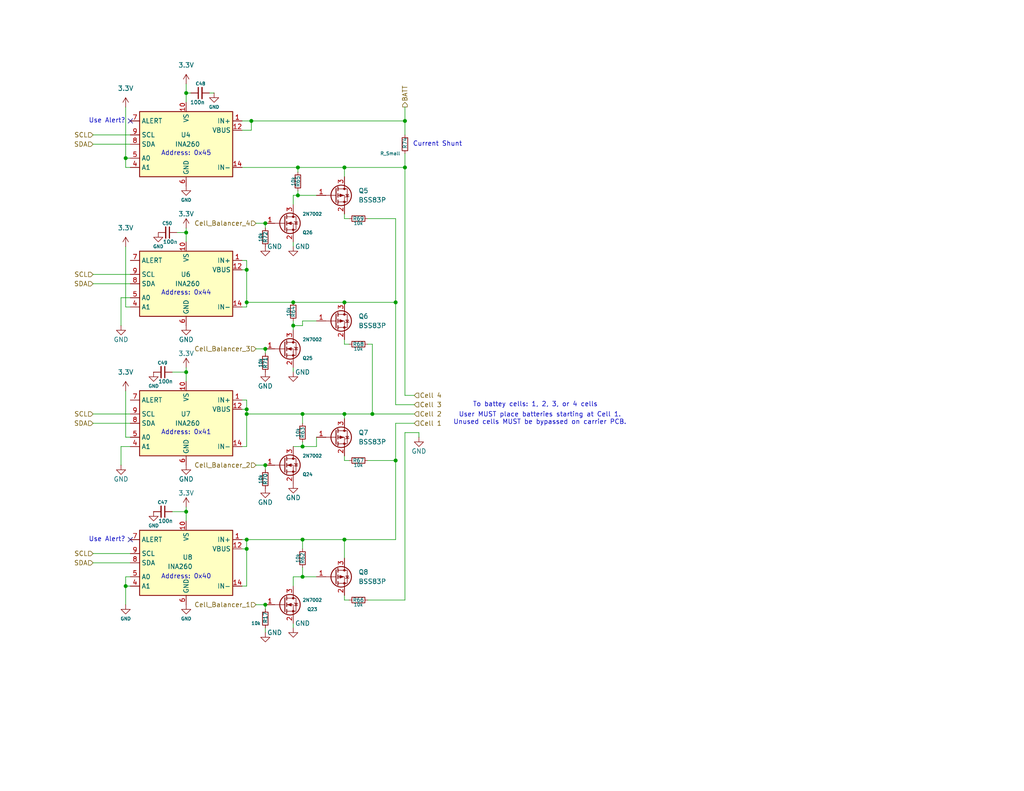
<source format=kicad_sch>
(kicad_sch
	(version 20250114)
	(generator "eeschema")
	(generator_version "9.0")
	(uuid "30320b82-2f15-4668-9255-7c975bf3ff32")
	(paper "A")
	(title_block
		(title "Battery Management System")
		(date "2025-04-21")
		(rev "0.0.4")
		(company "Portland State University")
		(comment 1 "Fernando Custodio, Tyler Tran")
		(comment 2 "Daniel Anishchenko, Cuauhtemoc Gomez, Cody Reid")
		(comment 3 "Capstone - Team #6")
	)
	(lib_symbols
		(symbol "Device:C_Small"
			(pin_numbers
				(hide yes)
			)
			(pin_names
				(offset 0.254)
				(hide yes)
			)
			(exclude_from_sim no)
			(in_bom yes)
			(on_board yes)
			(property "Reference" "C"
				(at 0.254 1.778 0)
				(effects
					(font
						(size 1.27 1.27)
					)
					(justify left)
				)
			)
			(property "Value" "C_Small"
				(at 0.254 -2.032 0)
				(effects
					(font
						(size 1.27 1.27)
					)
					(justify left)
				)
			)
			(property "Footprint" ""
				(at 0 0 0)
				(effects
					(font
						(size 1.27 1.27)
					)
					(hide yes)
				)
			)
			(property "Datasheet" "~"
				(at 0 0 0)
				(effects
					(font
						(size 1.27 1.27)
					)
					(hide yes)
				)
			)
			(property "Description" "Unpolarized capacitor, small symbol"
				(at 0 0 0)
				(effects
					(font
						(size 1.27 1.27)
					)
					(hide yes)
				)
			)
			(property "ki_keywords" "capacitor cap"
				(at 0 0 0)
				(effects
					(font
						(size 1.27 1.27)
					)
					(hide yes)
				)
			)
			(property "ki_fp_filters" "C_*"
				(at 0 0 0)
				(effects
					(font
						(size 1.27 1.27)
					)
					(hide yes)
				)
			)
			(symbol "C_Small_0_1"
				(polyline
					(pts
						(xy -1.524 0.508) (xy 1.524 0.508)
					)
					(stroke
						(width 0.3048)
						(type default)
					)
					(fill
						(type none)
					)
				)
				(polyline
					(pts
						(xy -1.524 -0.508) (xy 1.524 -0.508)
					)
					(stroke
						(width 0.3302)
						(type default)
					)
					(fill
						(type none)
					)
				)
			)
			(symbol "C_Small_1_1"
				(pin passive line
					(at 0 2.54 270)
					(length 2.032)
					(name "~"
						(effects
							(font
								(size 1.27 1.27)
							)
						)
					)
					(number "1"
						(effects
							(font
								(size 1.27 1.27)
							)
						)
					)
				)
				(pin passive line
					(at 0 -2.54 90)
					(length 2.032)
					(name "~"
						(effects
							(font
								(size 1.27 1.27)
							)
						)
					)
					(number "2"
						(effects
							(font
								(size 1.27 1.27)
							)
						)
					)
				)
			)
			(embedded_fonts no)
		)
		(symbol "Device:R_Small"
			(pin_numbers
				(hide yes)
			)
			(pin_names
				(offset 0.254)
				(hide yes)
			)
			(exclude_from_sim no)
			(in_bom yes)
			(on_board yes)
			(property "Reference" "R"
				(at 0 0 90)
				(effects
					(font
						(size 1.016 1.016)
					)
				)
			)
			(property "Value" "R_Small"
				(at 1.778 0 90)
				(effects
					(font
						(size 1.27 1.27)
					)
				)
			)
			(property "Footprint" ""
				(at 0 0 0)
				(effects
					(font
						(size 1.27 1.27)
					)
					(hide yes)
				)
			)
			(property "Datasheet" "~"
				(at 0 0 0)
				(effects
					(font
						(size 1.27 1.27)
					)
					(hide yes)
				)
			)
			(property "Description" "Resistor, small symbol"
				(at 0 0 0)
				(effects
					(font
						(size 1.27 1.27)
					)
					(hide yes)
				)
			)
			(property "ki_keywords" "R resistor"
				(at 0 0 0)
				(effects
					(font
						(size 1.27 1.27)
					)
					(hide yes)
				)
			)
			(property "ki_fp_filters" "R_*"
				(at 0 0 0)
				(effects
					(font
						(size 1.27 1.27)
					)
					(hide yes)
				)
			)
			(symbol "R_Small_0_1"
				(rectangle
					(start -0.762 1.778)
					(end 0.762 -1.778)
					(stroke
						(width 0.2032)
						(type default)
					)
					(fill
						(type none)
					)
				)
			)
			(symbol "R_Small_1_1"
				(pin passive line
					(at 0 2.54 270)
					(length 0.762)
					(name "~"
						(effects
							(font
								(size 1.27 1.27)
							)
						)
					)
					(number "1"
						(effects
							(font
								(size 1.27 1.27)
							)
						)
					)
				)
				(pin passive line
					(at 0 -2.54 90)
					(length 0.762)
					(name "~"
						(effects
							(font
								(size 1.27 1.27)
							)
						)
					)
					(number "2"
						(effects
							(font
								(size 1.27 1.27)
							)
						)
					)
				)
			)
			(embedded_fonts no)
		)
		(symbol "INA260_1"
			(exclude_from_sim no)
			(in_bom yes)
			(on_board yes)
			(property "Reference" "U4"
				(at -2.54 2.286 0)
				(effects
					(font
						(size 1.27 1.27)
					)
					(justify left)
				)
			)
			(property "Value" "INA260"
				(at -2.54 -0.254 0)
				(effects
					(font
						(size 1.27 1.27)
					)
					(justify left)
				)
			)
			(property "Footprint" "Package_SO:TSSOP-16_4.4x5mm_P0.65mm"
				(at 0 -15.24 0)
				(effects
					(font
						(size 1.27 1.27)
					)
					(hide yes)
				)
			)
			(property "Datasheet" "http://www.ti.com/lit/ds/symlink/ina260.pdf"
				(at -1.27 20.828 0)
				(effects
					(font
						(size 1.27 1.27)
					)
					(hide yes)
				)
			)
			(property "Description" "Current/power/voltage monitor with Integrated 2mΩ Shunt Resistor, 2.7V - 5.5V, I2C, TSSOP-16"
				(at 0.254 22.098 0)
				(effects
					(font
						(size 1.27 1.27)
					)
					(hide yes)
				)
			)
			(property "ki_keywords" "Current/power/voltage monitor"
				(at 0 0 0)
				(effects
					(font
						(size 1.27 1.27)
					)
					(hide yes)
				)
			)
			(property "ki_fp_filters" "TSSOP*4.4x5mm*P0.65mm*"
				(at 0 0 0)
				(effects
					(font
						(size 1.27 1.27)
					)
					(hide yes)
				)
			)
			(symbol "INA260_1_0_1"
				(rectangle
					(start -12.7 8.89)
					(end 12.7 -8.89)
					(stroke
						(width 0.254)
						(type default)
					)
					(fill
						(type background)
					)
				)
			)
			(symbol "INA260_1_1_1"
				(pin passive line
					(at -15.24 6.35 0)
					(length 2.54)
					(name "IN+"
						(effects
							(font
								(size 1.27 1.27)
							)
						)
					)
					(number "1"
						(effects
							(font
								(size 1.27 1.27)
							)
						)
					)
				)
				(pin passive line
					(at -15.24 3.81 0)
					(length 2.54)
					(name "VBUS"
						(effects
							(font
								(size 1.27 1.27)
							)
						)
					)
					(number "12"
						(effects
							(font
								(size 1.27 1.27)
							)
						)
					)
				)
				(pin passive line
					(at -15.24 -6.35 0)
					(length 2.54)
					(name "IN-"
						(effects
							(font
								(size 1.27 1.27)
							)
						)
					)
					(number "14"
						(effects
							(font
								(size 1.27 1.27)
							)
						)
					)
				)
				(pin power_in line
					(at 0 11.43 270)
					(length 2.54)
					(name "VS"
						(effects
							(font
								(size 1.27 1.27)
							)
						)
					)
					(number "10"
						(effects
							(font
								(size 1.27 1.27)
							)
						)
					)
				)
				(pin power_in line
					(at 0 -11.43 90)
					(length 2.54)
					(name "GND"
						(effects
							(font
								(size 1.27 1.27)
							)
						)
					)
					(number "6"
						(effects
							(font
								(size 1.27 1.27)
							)
						)
					)
				)
				(pin open_collector line
					(at 15.24 6.35 180)
					(length 2.54)
					(name "ALERT"
						(effects
							(font
								(size 1.27 1.27)
							)
						)
					)
					(number "7"
						(effects
							(font
								(size 1.27 1.27)
							)
						)
					)
				)
				(pin input line
					(at 15.24 2.54 180)
					(length 2.54)
					(name "SCL"
						(effects
							(font
								(size 1.27 1.27)
							)
						)
					)
					(number "9"
						(effects
							(font
								(size 1.27 1.27)
							)
						)
					)
				)
				(pin bidirectional line
					(at 15.24 0 180)
					(length 2.54)
					(name "SDA"
						(effects
							(font
								(size 1.27 1.27)
							)
						)
					)
					(number "8"
						(effects
							(font
								(size 1.27 1.27)
							)
						)
					)
				)
				(pin input line
					(at 15.24 -3.81 180)
					(length 2.54)
					(name "A0"
						(effects
							(font
								(size 1.27 1.27)
							)
						)
					)
					(number "5"
						(effects
							(font
								(size 1.27 1.27)
							)
						)
					)
				)
				(pin input line
					(at 15.24 -6.35 180)
					(length 2.54)
					(name "A1"
						(effects
							(font
								(size 1.27 1.27)
							)
						)
					)
					(number "4"
						(effects
							(font
								(size 1.27 1.27)
							)
						)
					)
				)
			)
			(embedded_fonts no)
		)
		(symbol "INA260_2"
			(exclude_from_sim no)
			(in_bom yes)
			(on_board yes)
			(property "Reference" "U8"
				(at 2.032 2.794 0)
				(effects
					(font
						(size 1.27 1.27)
					)
					(justify left)
				)
			)
			(property "Value" "INA260"
				(at 2.032 0.254 0)
				(effects
					(font
						(size 1.27 1.27)
					)
					(justify left)
				)
			)
			(property "Footprint" "Package_SO:TSSOP-16_4.4x5mm_P0.65mm"
				(at 0 -15.24 0)
				(effects
					(font
						(size 1.27 1.27)
					)
					(hide yes)
				)
			)
			(property "Datasheet" "http://www.ti.com/lit/ds/symlink/ina260.pdf"
				(at 0 -2.54 0)
				(effects
					(font
						(size 1.27 1.27)
					)
					(hide yes)
				)
			)
			(property "Description" "Current/power/voltage monitor with Integrated 2mΩ Shunt Resistor, 2.7V - 5.5V, I2C, TSSOP-16"
				(at 0 0 0)
				(effects
					(font
						(size 1.27 1.27)
					)
					(hide yes)
				)
			)
			(property "ki_keywords" "Current/power/voltage monitor"
				(at 0 0 0)
				(effects
					(font
						(size 1.27 1.27)
					)
					(hide yes)
				)
			)
			(property "ki_fp_filters" "TSSOP*4.4x5mm*P0.65mm*"
				(at 0 0 0)
				(effects
					(font
						(size 1.27 1.27)
					)
					(hide yes)
				)
			)
			(symbol "INA260_2_0_1"
				(rectangle
					(start -8.89 10.16)
					(end 16.51 -7.62)
					(stroke
						(width 0.254)
						(type default)
					)
					(fill
						(type background)
					)
				)
			)
			(symbol "INA260_2_1_1"
				(pin passive line
					(at -11.43 7.62 0)
					(length 2.54)
					(name "IN+"
						(effects
							(font
								(size 1.27 1.27)
							)
						)
					)
					(number "1"
						(effects
							(font
								(size 1.27 1.27)
							)
						)
					)
				)
				(pin passive line
					(at -11.43 5.08 0)
					(length 2.54)
					(name "VBUS"
						(effects
							(font
								(size 1.27 1.27)
							)
						)
					)
					(number "12"
						(effects
							(font
								(size 1.27 1.27)
							)
						)
					)
				)
				(pin passive line
					(at -11.43 -5.08 0)
					(length 2.54)
					(name "IN-"
						(effects
							(font
								(size 1.27 1.27)
							)
						)
					)
					(number "14"
						(effects
							(font
								(size 1.27 1.27)
							)
						)
					)
				)
				(pin power_in line
					(at 3.81 12.7 270)
					(length 2.54)
					(name "VS"
						(effects
							(font
								(size 1.27 1.27)
							)
						)
					)
					(number "10"
						(effects
							(font
								(size 1.27 1.27)
							)
						)
					)
				)
				(pin power_in line
					(at 3.81 -10.16 90)
					(length 2.54)
					(name "GND"
						(effects
							(font
								(size 1.27 1.27)
							)
						)
					)
					(number "6"
						(effects
							(font
								(size 1.27 1.27)
							)
						)
					)
				)
				(pin open_collector line
					(at 19.05 7.62 180)
					(length 2.54)
					(name "ALERT"
						(effects
							(font
								(size 1.27 1.27)
							)
						)
					)
					(number "7"
						(effects
							(font
								(size 1.27 1.27)
							)
						)
					)
				)
				(pin input line
					(at 19.05 3.81 180)
					(length 2.54)
					(name "SCL"
						(effects
							(font
								(size 1.27 1.27)
							)
						)
					)
					(number "9"
						(effects
							(font
								(size 1.27 1.27)
							)
						)
					)
				)
				(pin bidirectional line
					(at 19.05 1.27 180)
					(length 2.54)
					(name "SDA"
						(effects
							(font
								(size 1.27 1.27)
							)
						)
					)
					(number "8"
						(effects
							(font
								(size 1.27 1.27)
							)
						)
					)
				)
				(pin input line
					(at 19.05 -2.54 180)
					(length 2.54)
					(name "A0"
						(effects
							(font
								(size 1.27 1.27)
							)
						)
					)
					(number "5"
						(effects
							(font
								(size 1.27 1.27)
							)
						)
					)
				)
				(pin input line
					(at 19.05 -5.08 180)
					(length 2.54)
					(name "A1"
						(effects
							(font
								(size 1.27 1.27)
							)
						)
					)
					(number "4"
						(effects
							(font
								(size 1.27 1.27)
							)
						)
					)
				)
			)
			(embedded_fonts no)
		)
		(symbol "INA260_3"
			(exclude_from_sim no)
			(in_bom yes)
			(on_board yes)
			(property "Reference" "U7"
				(at -3.048 0.762 0)
				(effects
					(font
						(size 1.27 1.27)
					)
					(justify left)
				)
			)
			(property "Value" "INA260"
				(at -3.048 -1.778 0)
				(effects
					(font
						(size 1.27 1.27)
					)
					(justify left)
				)
			)
			(property "Footprint" "Package_SO:TSSOP-16_4.4x5mm_P0.65mm"
				(at 0 -15.24 0)
				(effects
					(font
						(size 1.27 1.27)
					)
					(hide yes)
				)
			)
			(property "Datasheet" "http://www.ti.com/lit/ds/symlink/ina260.pdf"
				(at 0 -2.54 0)
				(effects
					(font
						(size 1.27 1.27)
					)
					(hide yes)
				)
			)
			(property "Description" "Current/power/voltage monitor with Integrated 2mΩ Shunt Resistor, 2.7V - 5.5V, I2C, TSSOP-16"
				(at 0 0 0)
				(effects
					(font
						(size 1.27 1.27)
					)
					(hide yes)
				)
			)
			(property "ki_keywords" "Current/power/voltage monitor"
				(at 0 0 0)
				(effects
					(font
						(size 1.27 1.27)
					)
					(hide yes)
				)
			)
			(property "ki_fp_filters" "TSSOP*4.4x5mm*P0.65mm*"
				(at 0 0 0)
				(effects
					(font
						(size 1.27 1.27)
					)
					(hide yes)
				)
			)
			(symbol "INA260_3_0_1"
				(rectangle
					(start -12.7 7.62)
					(end 12.7 -10.16)
					(stroke
						(width 0.254)
						(type default)
					)
					(fill
						(type background)
					)
				)
			)
			(symbol "INA260_3_1_1"
				(pin passive line
					(at -15.24 5.08 0)
					(length 2.54)
					(name "IN+"
						(effects
							(font
								(size 1.27 1.27)
							)
						)
					)
					(number "1"
						(effects
							(font
								(size 1.27 1.27)
							)
						)
					)
				)
				(pin passive line
					(at -15.24 2.54 0)
					(length 2.54)
					(name "VBUS"
						(effects
							(font
								(size 1.27 1.27)
							)
						)
					)
					(number "12"
						(effects
							(font
								(size 1.27 1.27)
							)
						)
					)
				)
				(pin passive line
					(at -15.24 -7.62 0)
					(length 2.54)
					(name "IN-"
						(effects
							(font
								(size 1.27 1.27)
							)
						)
					)
					(number "14"
						(effects
							(font
								(size 1.27 1.27)
							)
						)
					)
				)
				(pin power_in line
					(at 0 10.16 270)
					(length 2.54)
					(name "VS"
						(effects
							(font
								(size 1.27 1.27)
							)
						)
					)
					(number "10"
						(effects
							(font
								(size 1.27 1.27)
							)
						)
					)
				)
				(pin power_in line
					(at 0 -12.7 90)
					(length 2.54)
					(name "GND"
						(effects
							(font
								(size 1.27 1.27)
							)
						)
					)
					(number "6"
						(effects
							(font
								(size 1.27 1.27)
							)
						)
					)
				)
				(pin open_collector line
					(at 15.24 5.08 180)
					(length 2.54)
					(name "ALERT"
						(effects
							(font
								(size 1.27 1.27)
							)
						)
					)
					(number "7"
						(effects
							(font
								(size 1.27 1.27)
							)
						)
					)
				)
				(pin input line
					(at 15.24 1.27 180)
					(length 2.54)
					(name "SCL"
						(effects
							(font
								(size 1.27 1.27)
							)
						)
					)
					(number "9"
						(effects
							(font
								(size 1.27 1.27)
							)
						)
					)
				)
				(pin bidirectional line
					(at 15.24 -1.27 180)
					(length 2.54)
					(name "SDA"
						(effects
							(font
								(size 1.27 1.27)
							)
						)
					)
					(number "8"
						(effects
							(font
								(size 1.27 1.27)
							)
						)
					)
				)
				(pin input line
					(at 15.24 -5.08 180)
					(length 2.54)
					(name "A0"
						(effects
							(font
								(size 1.27 1.27)
							)
						)
					)
					(number "5"
						(effects
							(font
								(size 1.27 1.27)
							)
						)
					)
				)
				(pin input line
					(at 15.24 -7.62 180)
					(length 2.54)
					(name "A1"
						(effects
							(font
								(size 1.27 1.27)
							)
						)
					)
					(number "4"
						(effects
							(font
								(size 1.27 1.27)
							)
						)
					)
				)
			)
			(embedded_fonts no)
		)
		(symbol "Sensor:INA260"
			(exclude_from_sim no)
			(in_bom yes)
			(on_board yes)
			(property "Reference" "U6"
				(at -2.54 2.286 0)
				(effects
					(font
						(size 1.27 1.27)
					)
					(justify left)
				)
			)
			(property "Value" "INA260"
				(at -2.54 -0.254 0)
				(effects
					(font
						(size 1.27 1.27)
					)
					(justify left)
				)
			)
			(property "Footprint" "Package_SO:TSSOP-16_4.4x5mm_P0.65mm"
				(at 0 -15.24 0)
				(effects
					(font
						(size 1.27 1.27)
					)
					(hide yes)
				)
			)
			(property "Datasheet" "http://www.ti.com/lit/ds/symlink/ina260.pdf"
				(at 0 -2.54 0)
				(effects
					(font
						(size 1.27 1.27)
					)
					(hide yes)
				)
			)
			(property "Description" "Current/power/voltage monitor with Integrated 2mΩ Shunt Resistor, 2.7V - 5.5V, I2C, TSSOP-16"
				(at 0 0 0)
				(effects
					(font
						(size 1.27 1.27)
					)
					(hide yes)
				)
			)
			(property "ki_keywords" "Current/power/voltage monitor"
				(at 0 0 0)
				(effects
					(font
						(size 1.27 1.27)
					)
					(hide yes)
				)
			)
			(property "ki_fp_filters" "TSSOP*4.4x5mm*P0.65mm*"
				(at 0 0 0)
				(effects
					(font
						(size 1.27 1.27)
					)
					(hide yes)
				)
			)
			(symbol "INA260_0_1"
				(rectangle
					(start -12.7 8.89)
					(end 12.7 -8.89)
					(stroke
						(width 0.254)
						(type default)
					)
					(fill
						(type background)
					)
				)
			)
			(symbol "INA260_1_1"
				(pin passive line
					(at -15.24 6.35 0)
					(length 2.54)
					(name "IN+"
						(effects
							(font
								(size 1.27 1.27)
							)
						)
					)
					(number "1"
						(effects
							(font
								(size 1.27 1.27)
							)
						)
					)
				)
				(pin passive line
					(at -15.24 3.81 0)
					(length 2.54)
					(name "VBUS"
						(effects
							(font
								(size 1.27 1.27)
							)
						)
					)
					(number "12"
						(effects
							(font
								(size 1.27 1.27)
							)
						)
					)
				)
				(pin passive line
					(at -15.24 -6.35 0)
					(length 2.54)
					(name "IN-"
						(effects
							(font
								(size 1.27 1.27)
							)
						)
					)
					(number "14"
						(effects
							(font
								(size 1.27 1.27)
							)
						)
					)
				)
				(pin power_in line
					(at 0 11.43 270)
					(length 2.54)
					(name "VS"
						(effects
							(font
								(size 1.27 1.27)
							)
						)
					)
					(number "10"
						(effects
							(font
								(size 1.27 1.27)
							)
						)
					)
				)
				(pin power_in line
					(at 0 -11.43 90)
					(length 2.54)
					(name "GND"
						(effects
							(font
								(size 1.27 1.27)
							)
						)
					)
					(number "6"
						(effects
							(font
								(size 1.27 1.27)
							)
						)
					)
				)
				(pin open_collector line
					(at 15.24 6.35 180)
					(length 2.54)
					(name "ALERT"
						(effects
							(font
								(size 1.27 1.27)
							)
						)
					)
					(number "7"
						(effects
							(font
								(size 1.27 1.27)
							)
						)
					)
				)
				(pin input line
					(at 15.24 2.54 180)
					(length 2.54)
					(name "SCL"
						(effects
							(font
								(size 1.27 1.27)
							)
						)
					)
					(number "9"
						(effects
							(font
								(size 1.27 1.27)
							)
						)
					)
				)
				(pin bidirectional line
					(at 15.24 0 180)
					(length 2.54)
					(name "SDA"
						(effects
							(font
								(size 1.27 1.27)
							)
						)
					)
					(number "8"
						(effects
							(font
								(size 1.27 1.27)
							)
						)
					)
				)
				(pin input line
					(at 15.24 -3.81 180)
					(length 2.54)
					(name "A0"
						(effects
							(font
								(size 1.27 1.27)
							)
						)
					)
					(number "5"
						(effects
							(font
								(size 1.27 1.27)
							)
						)
					)
				)
				(pin input line
					(at 15.24 -6.35 180)
					(length 2.54)
					(name "A1"
						(effects
							(font
								(size 1.27 1.27)
							)
						)
					)
					(number "4"
						(effects
							(font
								(size 1.27 1.27)
							)
						)
					)
				)
			)
			(embedded_fonts no)
		)
		(symbol "Transistor_FET:2N7002"
			(pin_names
				(hide yes)
			)
			(exclude_from_sim no)
			(in_bom yes)
			(on_board yes)
			(property "Reference" "Q"
				(at 5.08 1.905 0)
				(effects
					(font
						(size 1.27 1.27)
					)
					(justify left)
				)
			)
			(property "Value" "2N7002"
				(at 5.08 0 0)
				(effects
					(font
						(size 1.27 1.27)
					)
					(justify left)
				)
			)
			(property "Footprint" "Package_TO_SOT_SMD:SOT-23"
				(at 5.08 -1.905 0)
				(effects
					(font
						(size 1.27 1.27)
						(italic yes)
					)
					(justify left)
					(hide yes)
				)
			)
			(property "Datasheet" "https://www.onsemi.com/pub/Collateral/NDS7002A-D.PDF"
				(at 5.08 -3.81 0)
				(effects
					(font
						(size 1.27 1.27)
					)
					(justify left)
					(hide yes)
				)
			)
			(property "Description" "0.115A Id, 60V Vds, N-Channel MOSFET, SOT-23"
				(at 0 0 0)
				(effects
					(font
						(size 1.27 1.27)
					)
					(hide yes)
				)
			)
			(property "ki_keywords" "N-Channel Switching MOSFET"
				(at 0 0 0)
				(effects
					(font
						(size 1.27 1.27)
					)
					(hide yes)
				)
			)
			(property "ki_fp_filters" "SOT?23*"
				(at 0 0 0)
				(effects
					(font
						(size 1.27 1.27)
					)
					(hide yes)
				)
			)
			(symbol "2N7002_0_1"
				(polyline
					(pts
						(xy 0.254 1.905) (xy 0.254 -1.905)
					)
					(stroke
						(width 0.254)
						(type default)
					)
					(fill
						(type none)
					)
				)
				(polyline
					(pts
						(xy 0.254 0) (xy -2.54 0)
					)
					(stroke
						(width 0)
						(type default)
					)
					(fill
						(type none)
					)
				)
				(polyline
					(pts
						(xy 0.762 2.286) (xy 0.762 1.27)
					)
					(stroke
						(width 0.254)
						(type default)
					)
					(fill
						(type none)
					)
				)
				(polyline
					(pts
						(xy 0.762 0.508) (xy 0.762 -0.508)
					)
					(stroke
						(width 0.254)
						(type default)
					)
					(fill
						(type none)
					)
				)
				(polyline
					(pts
						(xy 0.762 -1.27) (xy 0.762 -2.286)
					)
					(stroke
						(width 0.254)
						(type default)
					)
					(fill
						(type none)
					)
				)
				(polyline
					(pts
						(xy 0.762 -1.778) (xy 3.302 -1.778) (xy 3.302 1.778) (xy 0.762 1.778)
					)
					(stroke
						(width 0)
						(type default)
					)
					(fill
						(type none)
					)
				)
				(polyline
					(pts
						(xy 1.016 0) (xy 2.032 0.381) (xy 2.032 -0.381) (xy 1.016 0)
					)
					(stroke
						(width 0)
						(type default)
					)
					(fill
						(type outline)
					)
				)
				(circle
					(center 1.651 0)
					(radius 2.794)
					(stroke
						(width 0.254)
						(type default)
					)
					(fill
						(type none)
					)
				)
				(polyline
					(pts
						(xy 2.54 2.54) (xy 2.54 1.778)
					)
					(stroke
						(width 0)
						(type default)
					)
					(fill
						(type none)
					)
				)
				(circle
					(center 2.54 1.778)
					(radius 0.254)
					(stroke
						(width 0)
						(type default)
					)
					(fill
						(type outline)
					)
				)
				(circle
					(center 2.54 -1.778)
					(radius 0.254)
					(stroke
						(width 0)
						(type default)
					)
					(fill
						(type outline)
					)
				)
				(polyline
					(pts
						(xy 2.54 -2.54) (xy 2.54 0) (xy 0.762 0)
					)
					(stroke
						(width 0)
						(type default)
					)
					(fill
						(type none)
					)
				)
				(polyline
					(pts
						(xy 2.794 0.508) (xy 2.921 0.381) (xy 3.683 0.381) (xy 3.81 0.254)
					)
					(stroke
						(width 0)
						(type default)
					)
					(fill
						(type none)
					)
				)
				(polyline
					(pts
						(xy 3.302 0.381) (xy 2.921 -0.254) (xy 3.683 -0.254) (xy 3.302 0.381)
					)
					(stroke
						(width 0)
						(type default)
					)
					(fill
						(type none)
					)
				)
			)
			(symbol "2N7002_1_1"
				(pin input line
					(at -5.08 0 0)
					(length 2.54)
					(name "G"
						(effects
							(font
								(size 1.27 1.27)
							)
						)
					)
					(number "1"
						(effects
							(font
								(size 1.27 1.27)
							)
						)
					)
				)
				(pin passive line
					(at 2.54 5.08 270)
					(length 2.54)
					(name "D"
						(effects
							(font
								(size 1.27 1.27)
							)
						)
					)
					(number "3"
						(effects
							(font
								(size 1.27 1.27)
							)
						)
					)
				)
				(pin passive line
					(at 2.54 -5.08 90)
					(length 2.54)
					(name "S"
						(effects
							(font
								(size 1.27 1.27)
							)
						)
					)
					(number "2"
						(effects
							(font
								(size 1.27 1.27)
							)
						)
					)
				)
			)
			(embedded_fonts no)
		)
		(symbol "Transistor_FET:BSS83P"
			(pin_names
				(hide yes)
			)
			(exclude_from_sim no)
			(in_bom yes)
			(on_board yes)
			(property "Reference" "Q"
				(at 5.08 1.905 0)
				(effects
					(font
						(size 1.27 1.27)
					)
					(justify left)
				)
			)
			(property "Value" "BSS83P"
				(at 5.08 0 0)
				(effects
					(font
						(size 1.27 1.27)
					)
					(justify left)
				)
			)
			(property "Footprint" "Package_TO_SOT_SMD:SOT-23"
				(at 5.08 -1.905 0)
				(effects
					(font
						(size 1.27 1.27)
						(italic yes)
					)
					(justify left)
					(hide yes)
				)
			)
			(property "Datasheet" "http://www.farnell.com/datasheets/1835997.pdf"
				(at 5.08 -3.81 0)
				(effects
					(font
						(size 1.27 1.27)
					)
					(justify left)
					(hide yes)
				)
			)
			(property "Description" "-0.33A Id, -60V Vds, P-Channel MOSFET, SOT-23"
				(at 0 0 0)
				(effects
					(font
						(size 1.27 1.27)
					)
					(hide yes)
				)
			)
			(property "ki_keywords" "P-Channel MOSFET"
				(at 0 0 0)
				(effects
					(font
						(size 1.27 1.27)
					)
					(hide yes)
				)
			)
			(property "ki_fp_filters" "SOT?23*"
				(at 0 0 0)
				(effects
					(font
						(size 1.27 1.27)
					)
					(hide yes)
				)
			)
			(symbol "BSS83P_0_1"
				(polyline
					(pts
						(xy 0.254 1.905) (xy 0.254 -1.905)
					)
					(stroke
						(width 0.254)
						(type default)
					)
					(fill
						(type none)
					)
				)
				(polyline
					(pts
						(xy 0.254 0) (xy -2.54 0)
					)
					(stroke
						(width 0)
						(type default)
					)
					(fill
						(type none)
					)
				)
				(polyline
					(pts
						(xy 0.762 2.286) (xy 0.762 1.27)
					)
					(stroke
						(width 0.254)
						(type default)
					)
					(fill
						(type none)
					)
				)
				(polyline
					(pts
						(xy 0.762 1.778) (xy 3.302 1.778) (xy 3.302 -1.778) (xy 0.762 -1.778)
					)
					(stroke
						(width 0)
						(type default)
					)
					(fill
						(type none)
					)
				)
				(polyline
					(pts
						(xy 0.762 0.508) (xy 0.762 -0.508)
					)
					(stroke
						(width 0.254)
						(type default)
					)
					(fill
						(type none)
					)
				)
				(polyline
					(pts
						(xy 0.762 -1.27) (xy 0.762 -2.286)
					)
					(stroke
						(width 0.254)
						(type default)
					)
					(fill
						(type none)
					)
				)
				(circle
					(center 1.651 0)
					(radius 2.794)
					(stroke
						(width 0.254)
						(type default)
					)
					(fill
						(type none)
					)
				)
				(polyline
					(pts
						(xy 2.286 0) (xy 1.27 0.381) (xy 1.27 -0.381) (xy 2.286 0)
					)
					(stroke
						(width 0)
						(type default)
					)
					(fill
						(type outline)
					)
				)
				(polyline
					(pts
						(xy 2.54 2.54) (xy 2.54 1.778)
					)
					(stroke
						(width 0)
						(type default)
					)
					(fill
						(type none)
					)
				)
				(circle
					(center 2.54 1.778)
					(radius 0.254)
					(stroke
						(width 0)
						(type default)
					)
					(fill
						(type outline)
					)
				)
				(circle
					(center 2.54 -1.778)
					(radius 0.254)
					(stroke
						(width 0)
						(type default)
					)
					(fill
						(type outline)
					)
				)
				(polyline
					(pts
						(xy 2.54 -2.54) (xy 2.54 0) (xy 0.762 0)
					)
					(stroke
						(width 0)
						(type default)
					)
					(fill
						(type none)
					)
				)
				(polyline
					(pts
						(xy 2.794 -0.508) (xy 2.921 -0.381) (xy 3.683 -0.381) (xy 3.81 -0.254)
					)
					(stroke
						(width 0)
						(type default)
					)
					(fill
						(type none)
					)
				)
				(polyline
					(pts
						(xy 3.302 -0.381) (xy 2.921 0.254) (xy 3.683 0.254) (xy 3.302 -0.381)
					)
					(stroke
						(width 0)
						(type default)
					)
					(fill
						(type none)
					)
				)
			)
			(symbol "BSS83P_1_1"
				(pin input line
					(at -5.08 0 0)
					(length 2.54)
					(name "G"
						(effects
							(font
								(size 1.27 1.27)
							)
						)
					)
					(number "1"
						(effects
							(font
								(size 1.27 1.27)
							)
						)
					)
				)
				(pin passive line
					(at 2.54 5.08 270)
					(length 2.54)
					(name "D"
						(effects
							(font
								(size 1.27 1.27)
							)
						)
					)
					(number "3"
						(effects
							(font
								(size 1.27 1.27)
							)
						)
					)
				)
				(pin passive line
					(at 2.54 -5.08 90)
					(length 2.54)
					(name "S"
						(effects
							(font
								(size 1.27 1.27)
							)
						)
					)
					(number "2"
						(effects
							(font
								(size 1.27 1.27)
							)
						)
					)
				)
			)
			(embedded_fonts no)
		)
		(symbol "power:GND"
			(power)
			(pin_numbers
				(hide yes)
			)
			(pin_names
				(offset 0)
				(hide yes)
			)
			(exclude_from_sim no)
			(in_bom yes)
			(on_board yes)
			(property "Reference" "#PWR"
				(at 0 -6.35 0)
				(effects
					(font
						(size 1.27 1.27)
					)
					(hide yes)
				)
			)
			(property "Value" "GND"
				(at 0 -3.81 0)
				(effects
					(font
						(size 1.27 1.27)
					)
				)
			)
			(property "Footprint" ""
				(at 0 0 0)
				(effects
					(font
						(size 1.27 1.27)
					)
					(hide yes)
				)
			)
			(property "Datasheet" ""
				(at 0 0 0)
				(effects
					(font
						(size 1.27 1.27)
					)
					(hide yes)
				)
			)
			(property "Description" "Power symbol creates a global label with name \"GND\" , ground"
				(at 0 0 0)
				(effects
					(font
						(size 1.27 1.27)
					)
					(hide yes)
				)
			)
			(property "ki_keywords" "global power"
				(at 0 0 0)
				(effects
					(font
						(size 1.27 1.27)
					)
					(hide yes)
				)
			)
			(symbol "GND_0_1"
				(polyline
					(pts
						(xy 0 0) (xy 0 -1.27) (xy 1.27 -1.27) (xy 0 -2.54) (xy -1.27 -1.27) (xy 0 -1.27)
					)
					(stroke
						(width 0)
						(type default)
					)
					(fill
						(type none)
					)
				)
			)
			(symbol "GND_1_1"
				(pin power_in line
					(at 0 0 270)
					(length 0)
					(name "~"
						(effects
							(font
								(size 1.27 1.27)
							)
						)
					)
					(number "1"
						(effects
							(font
								(size 1.27 1.27)
							)
						)
					)
				)
			)
			(embedded_fonts no)
		)
		(symbol "power:VCC"
			(power)
			(pin_numbers
				(hide yes)
			)
			(pin_names
				(offset 0)
				(hide yes)
			)
			(exclude_from_sim no)
			(in_bom yes)
			(on_board yes)
			(property "Reference" "#PWR"
				(at 0 -3.81 0)
				(effects
					(font
						(size 1.27 1.27)
					)
					(hide yes)
				)
			)
			(property "Value" "VCC"
				(at 0 3.556 0)
				(effects
					(font
						(size 1.27 1.27)
					)
				)
			)
			(property "Footprint" ""
				(at 0 0 0)
				(effects
					(font
						(size 1.27 1.27)
					)
					(hide yes)
				)
			)
			(property "Datasheet" ""
				(at 0 0 0)
				(effects
					(font
						(size 1.27 1.27)
					)
					(hide yes)
				)
			)
			(property "Description" "Power symbol creates a global label with name \"VCC\""
				(at 0 0 0)
				(effects
					(font
						(size 1.27 1.27)
					)
					(hide yes)
				)
			)
			(property "ki_keywords" "global power"
				(at 0 0 0)
				(effects
					(font
						(size 1.27 1.27)
					)
					(hide yes)
				)
			)
			(symbol "VCC_0_1"
				(polyline
					(pts
						(xy -0.762 1.27) (xy 0 2.54)
					)
					(stroke
						(width 0)
						(type default)
					)
					(fill
						(type none)
					)
				)
				(polyline
					(pts
						(xy 0 2.54) (xy 0.762 1.27)
					)
					(stroke
						(width 0)
						(type default)
					)
					(fill
						(type none)
					)
				)
				(polyline
					(pts
						(xy 0 0) (xy 0 2.54)
					)
					(stroke
						(width 0)
						(type default)
					)
					(fill
						(type none)
					)
				)
			)
			(symbol "VCC_1_1"
				(pin power_in line
					(at 0 0 90)
					(length 0)
					(name "~"
						(effects
							(font
								(size 1.27 1.27)
							)
						)
					)
					(number "1"
						(effects
							(font
								(size 1.27 1.27)
							)
						)
					)
				)
			)
			(embedded_fonts no)
		)
	)
	(text "Address: 0x44"
		(exclude_from_sim no)
		(at 50.8 80.01 0)
		(effects
			(font
				(size 1.27 1.27)
			)
		)
		(uuid "134b0bc8-6c79-474b-b215-13a24bd3b854")
	)
	(text "Address: 0x45\n"
		(exclude_from_sim no)
		(at 50.8 41.91 0)
		(effects
			(font
				(size 1.27 1.27)
			)
		)
		(uuid "250d8cf8-b7bd-4d25-94e7-e9e2b2057adf")
	)
	(text "Address: 0x40"
		(exclude_from_sim no)
		(at 50.8 157.48 0)
		(effects
			(font
				(size 1.27 1.27)
			)
		)
		(uuid "3a013618-2992-43de-be09-c7223787b5c4")
	)
	(text "Use Alert?"
		(exclude_from_sim no)
		(at 29.21 33.02 0)
		(effects
			(font
				(size 1.27 1.27)
			)
		)
		(uuid "5b6bd7db-4143-4f5c-8e22-7ab6a64517a1")
	)
	(text "Use Alert?"
		(exclude_from_sim no)
		(at 29.21 147.32 0)
		(effects
			(font
				(size 1.27 1.27)
			)
		)
		(uuid "66d1f192-26f5-4cc4-b8f7-ee8fa88e22b4")
	)
	(text "Address: 0x41"
		(exclude_from_sim no)
		(at 50.8 118.11 0)
		(effects
			(font
				(size 1.27 1.27)
			)
		)
		(uuid "815a0b32-64e7-427d-a67a-1a1cd7d40e35")
	)
	(text "To battey cells: 1, 2, 3, or 4 cells"
		(exclude_from_sim no)
		(at 146.05 110.49 0)
		(effects
			(font
				(size 1.27 1.27)
			)
		)
		(uuid "95214e31-a7e5-41da-b6ef-e22bd850dec5")
	)
	(text "Current Shunt"
		(exclude_from_sim no)
		(at 119.38 39.37 0)
		(effects
			(font
				(size 1.27 1.27)
			)
		)
		(uuid "9e7ba68a-ce8c-4112-a0b3-0de76210faa4")
	)
	(text "User MUST place batteries starting at Cell 1.\nUnused cells MUST be bypassed on carrier PCB.\n"
		(exclude_from_sim no)
		(at 147.32 114.3 0)
		(effects
			(font
				(size 1.27 1.27)
			)
		)
		(uuid "ebee0bea-b4b7-4790-9546-bcd22f61f026")
	)
	(junction
		(at 50.8 139.7)
		(diameter 0)
		(color 0 0 0 0)
		(uuid "04ac870a-6810-4691-b320-b675b1d0c7cf")
	)
	(junction
		(at 50.8 63.5)
		(diameter 0)
		(color 0 0 0 0)
		(uuid "04e34c7a-659b-42ce-8f34-90dfc0fa900f")
	)
	(junction
		(at 67.31 73.66)
		(diameter 0)
		(color 0 0 0 0)
		(uuid "0ee8b7a9-b4c5-412b-89b1-8a4cf5e1eba1")
	)
	(junction
		(at 68.58 33.02)
		(diameter 0)
		(color 0 0 0 0)
		(uuid "15f7fa22-82ae-4058-9e50-05008f577450")
	)
	(junction
		(at 67.31 113.03)
		(diameter 0)
		(color 0 0 0 0)
		(uuid "2a526b5b-be20-416b-907a-d9534fbd6765")
	)
	(junction
		(at 72.39 60.96)
		(diameter 0)
		(color 0 0 0 0)
		(uuid "30d1ffc5-d2b6-4e9b-8599-fdf4d897b16b")
	)
	(junction
		(at 50.8 25.4)
		(diameter 0)
		(color 0 0 0 0)
		(uuid "39b70ed9-67c3-406d-99b3-08e94e9f8095")
	)
	(junction
		(at 72.39 95.25)
		(diameter 0)
		(color 0 0 0 0)
		(uuid "543e81d4-f4ec-4e66-82d1-54addd12f792")
	)
	(junction
		(at 82.55 157.48)
		(diameter 0)
		(color 0 0 0 0)
		(uuid "5c412286-2f6a-4ccf-ab9d-a7bce9005793")
	)
	(junction
		(at 34.29 43.18)
		(diameter 0)
		(color 0 0 0 0)
		(uuid "6151796c-4f8d-46a6-9969-f887d9015ca6")
	)
	(junction
		(at 110.49 33.02)
		(diameter 0)
		(color 0 0 0 0)
		(uuid "65bc2675-c1ed-4a36-a6ac-74c968be3242")
	)
	(junction
		(at 110.49 45.72)
		(diameter 0)
		(color 0 0 0 0)
		(uuid "69e21d99-0b23-4d68-b287-92e5f745d203")
	)
	(junction
		(at 81.28 45.72)
		(diameter 0)
		(color 0 0 0 0)
		(uuid "6dd3434a-e3a5-4476-ab32-18bbc371a1ad")
	)
	(junction
		(at 93.98 45.72)
		(diameter 0)
		(color 0 0 0 0)
		(uuid "74d47c15-bc08-4c95-bf3f-97add71a3779")
	)
	(junction
		(at 80.01 82.55)
		(diameter 0)
		(color 0 0 0 0)
		(uuid "80193c70-1c25-49b3-9e1b-fb74bfb2c934")
	)
	(junction
		(at 93.98 82.55)
		(diameter 0)
		(color 0 0 0 0)
		(uuid "84f1b44a-a281-4c0d-bdc4-0ae1374b42dd")
	)
	(junction
		(at 82.55 147.32)
		(diameter 0)
		(color 0 0 0 0)
		(uuid "85a8be45-6bdb-4684-b258-2001dd9a110f")
	)
	(junction
		(at 67.31 149.86)
		(diameter 0)
		(color 0 0 0 0)
		(uuid "868e26ca-5438-41fa-9c73-8d2e47fd2755")
	)
	(junction
		(at 82.55 113.03)
		(diameter 0)
		(color 0 0 0 0)
		(uuid "88ca7ba4-e10e-4380-9d1a-2380fa960714")
	)
	(junction
		(at 107.95 125.73)
		(diameter 0)
		(color 0 0 0 0)
		(uuid "8b76423b-ef05-400c-80af-c2b83c159914")
	)
	(junction
		(at 72.39 165.1)
		(diameter 0)
		(color 0 0 0 0)
		(uuid "8c8beabe-90e5-40a3-9982-2cea6e630407")
	)
	(junction
		(at 101.6 113.03)
		(diameter 0)
		(color 0 0 0 0)
		(uuid "8feb21e0-bb5f-4527-9469-753797d4f09d")
	)
	(junction
		(at 93.98 147.32)
		(diameter 0)
		(color 0 0 0 0)
		(uuid "9c449dfd-9486-40e9-8792-ecdb04b5c73a")
	)
	(junction
		(at 81.28 53.34)
		(diameter 0)
		(color 0 0 0 0)
		(uuid "a6d1968e-2712-4e53-bacf-3efd1d5b69df")
	)
	(junction
		(at 82.55 121.92)
		(diameter 0)
		(color 0 0 0 0)
		(uuid "ac318a57-9764-4d0c-8b00-c6f2e7a781c2")
	)
	(junction
		(at 72.39 127)
		(diameter 0)
		(color 0 0 0 0)
		(uuid "afa7e12f-f8f7-4fcb-b905-eed729d72d46")
	)
	(junction
		(at 93.98 113.03)
		(diameter 0)
		(color 0 0 0 0)
		(uuid "b3010a3c-a3d5-4541-abb0-ecd015e35d43")
	)
	(junction
		(at 50.8 101.6)
		(diameter 0)
		(color 0 0 0 0)
		(uuid "b642d2b6-9bbf-44ff-9ec1-b8141ec7fcbf")
	)
	(junction
		(at 80.01 88.9)
		(diameter 0)
		(color 0 0 0 0)
		(uuid "ba7df31b-2007-4752-9e15-f8c5bded39d9")
	)
	(junction
		(at 67.31 82.55)
		(diameter 0)
		(color 0 0 0 0)
		(uuid "c19372c9-5d38-4674-ab90-b1184cd19b76")
	)
	(junction
		(at 34.29 160.02)
		(diameter 0)
		(color 0 0 0 0)
		(uuid "d1420ec9-6e04-4f80-9573-bbc14a5bae36")
	)
	(junction
		(at 67.31 147.32)
		(diameter 0)
		(color 0 0 0 0)
		(uuid "d8ca39f7-104f-4bb8-85c1-20f7c47d31b1")
	)
	(junction
		(at 107.95 82.55)
		(diameter 0)
		(color 0 0 0 0)
		(uuid "d8f9de07-eef6-4f57-ab98-c92b83d0bd80")
	)
	(junction
		(at 67.31 111.76)
		(diameter 0)
		(color 0 0 0 0)
		(uuid "dfa830ef-cb50-4aa7-a500-a5a2d5a082b3")
	)
	(no_connect
		(at 35.56 33.02)
		(uuid "661ebb5f-8465-4a1f-b267-4e22f07e2e39")
	)
	(no_connect
		(at 35.56 147.32)
		(uuid "fe40a0d3-9789-4b63-912f-aa2837081e12")
	)
	(wire
		(pts
			(xy 66.04 35.56) (xy 68.58 35.56)
		)
		(stroke
			(width 0)
			(type default)
		)
		(uuid "02b6ca35-1f5a-42b8-84b1-18dffb4aeb39")
	)
	(wire
		(pts
			(xy 34.29 160.02) (xy 34.29 165.1)
		)
		(stroke
			(width 0)
			(type default)
		)
		(uuid "02d21cc4-70a3-4fab-a014-b2d2a5656eae")
	)
	(wire
		(pts
			(xy 93.98 125.73) (xy 95.25 125.73)
		)
		(stroke
			(width 0)
			(type default)
		)
		(uuid "033fc90d-077d-4ccf-9c82-f7376278acca")
	)
	(wire
		(pts
			(xy 80.01 100.33) (xy 80.01 101.6)
		)
		(stroke
			(width 0)
			(type default)
		)
		(uuid "0358b612-dc17-49d8-873a-431a2a20376d")
	)
	(wire
		(pts
			(xy 93.98 45.72) (xy 110.49 45.72)
		)
		(stroke
			(width 0)
			(type default)
		)
		(uuid "05ee7ee2-9b94-4f44-b1bb-0760f3d71f20")
	)
	(wire
		(pts
			(xy 80.01 160.02) (xy 80.01 157.48)
		)
		(stroke
			(width 0)
			(type default)
		)
		(uuid "08191e89-37b1-4769-82b2-57426015f293")
	)
	(wire
		(pts
			(xy 110.49 29.21) (xy 110.49 33.02)
		)
		(stroke
			(width 0)
			(type default)
		)
		(uuid "08c00aee-a232-4857-9987-3f91be6968cb")
	)
	(wire
		(pts
			(xy 50.8 63.5) (xy 50.8 66.04)
		)
		(stroke
			(width 0)
			(type default)
		)
		(uuid "0a885f40-1f2b-4ecd-916b-eb683d631aa0")
	)
	(wire
		(pts
			(xy 80.01 170.18) (xy 80.01 171.45)
		)
		(stroke
			(width 0)
			(type default)
		)
		(uuid "0c65667d-af88-4c9d-85b3-18933042b3a5")
	)
	(wire
		(pts
			(xy 81.28 52.07) (xy 81.28 53.34)
		)
		(stroke
			(width 0)
			(type default)
		)
		(uuid "0cc8efc5-6614-4e74-8806-0720dc3c37df")
	)
	(wire
		(pts
			(xy 82.55 120.65) (xy 82.55 121.92)
		)
		(stroke
			(width 0)
			(type default)
		)
		(uuid "11bd3525-42af-4dbb-987c-978d55454cc6")
	)
	(wire
		(pts
			(xy 34.29 119.38) (xy 35.56 119.38)
		)
		(stroke
			(width 0)
			(type default)
		)
		(uuid "12432146-5d4b-4ac8-af6e-4e92c915d1d2")
	)
	(wire
		(pts
			(xy 46.99 101.6) (xy 50.8 101.6)
		)
		(stroke
			(width 0)
			(type default)
		)
		(uuid "13a79a07-0261-415f-8837-ca558a68e90f")
	)
	(wire
		(pts
			(xy 66.04 33.02) (xy 68.58 33.02)
		)
		(stroke
			(width 0)
			(type default)
		)
		(uuid "13ba6cae-24b6-46b8-aa02-4218ea7cf6be")
	)
	(wire
		(pts
			(xy 67.31 109.22) (xy 66.04 109.22)
		)
		(stroke
			(width 0)
			(type default)
		)
		(uuid "14655a43-68e0-4952-a2ae-d70afc79b3be")
	)
	(wire
		(pts
			(xy 50.8 62.23) (xy 50.8 63.5)
		)
		(stroke
			(width 0)
			(type default)
		)
		(uuid "15764ba5-5ef3-4fc0-8c35-7a6e2b43cf96")
	)
	(wire
		(pts
			(xy 66.04 45.72) (xy 81.28 45.72)
		)
		(stroke
			(width 0)
			(type default)
		)
		(uuid "164b6c63-3094-41d4-ab07-dace470a6d05")
	)
	(wire
		(pts
			(xy 67.31 113.03) (xy 82.55 113.03)
		)
		(stroke
			(width 0)
			(type default)
		)
		(uuid "1811eb81-18f8-4cce-ade2-e149a648aa12")
	)
	(wire
		(pts
			(xy 82.55 147.32) (xy 93.98 147.32)
		)
		(stroke
			(width 0)
			(type default)
		)
		(uuid "1878beda-c123-4b48-9262-dce3a7bd2028")
	)
	(wire
		(pts
			(xy 33.02 121.92) (xy 35.56 121.92)
		)
		(stroke
			(width 0)
			(type default)
		)
		(uuid "19a56950-49ac-4243-a044-adf4050fe0b9")
	)
	(wire
		(pts
			(xy 72.39 172.72) (xy 72.39 171.45)
		)
		(stroke
			(width 0)
			(type default)
		)
		(uuid "1c101c0c-9373-4798-9c4b-2870e2809b15")
	)
	(wire
		(pts
			(xy 80.01 82.55) (xy 93.98 82.55)
		)
		(stroke
			(width 0)
			(type default)
		)
		(uuid "1c30bae2-004e-4970-aa4c-bceed446b249")
	)
	(wire
		(pts
			(xy 50.8 25.4) (xy 50.8 27.94)
		)
		(stroke
			(width 0)
			(type default)
		)
		(uuid "1c962f9e-c81f-41f0-96a9-2b1928e4cc17")
	)
	(wire
		(pts
			(xy 25.4 39.37) (xy 35.56 39.37)
		)
		(stroke
			(width 0)
			(type default)
		)
		(uuid "1cff1429-f8e4-4221-a1d4-4a51c1e1c59a")
	)
	(wire
		(pts
			(xy 67.31 83.82) (xy 67.31 82.55)
		)
		(stroke
			(width 0)
			(type default)
		)
		(uuid "22435041-263c-4778-804a-9901839d74a9")
	)
	(wire
		(pts
			(xy 50.8 138.43) (xy 50.8 139.7)
		)
		(stroke
			(width 0)
			(type default)
		)
		(uuid "2290c93e-eac9-4249-ab4e-68ac87021472")
	)
	(wire
		(pts
			(xy 66.04 121.92) (xy 67.31 121.92)
		)
		(stroke
			(width 0)
			(type default)
		)
		(uuid "24507d12-d548-4a98-bd21-c5b800c73a41")
	)
	(wire
		(pts
			(xy 66.04 160.02) (xy 67.31 160.02)
		)
		(stroke
			(width 0)
			(type default)
		)
		(uuid "25773356-2dbf-418a-ba62-510841f35dcd")
	)
	(wire
		(pts
			(xy 50.8 100.33) (xy 50.8 101.6)
		)
		(stroke
			(width 0)
			(type default)
		)
		(uuid "29def954-9ba1-40f9-8110-e1e15735d923")
	)
	(wire
		(pts
			(xy 101.6 93.98) (xy 101.6 113.03)
		)
		(stroke
			(width 0)
			(type default)
		)
		(uuid "2b3e0ab1-f282-4d01-a275-e215a544aa1f")
	)
	(wire
		(pts
			(xy 82.55 154.94) (xy 82.55 157.48)
		)
		(stroke
			(width 0)
			(type default)
		)
		(uuid "2ba7b346-c3e2-4092-a2b4-58e1b08c837e")
	)
	(wire
		(pts
			(xy 110.49 107.95) (xy 113.03 107.95)
		)
		(stroke
			(width 0)
			(type default)
		)
		(uuid "2bd651aa-3b4a-4071-af19-02ea67330fc8")
	)
	(wire
		(pts
			(xy 67.31 149.86) (xy 67.31 147.32)
		)
		(stroke
			(width 0)
			(type default)
		)
		(uuid "2be3443d-b1c2-45e0-8d00-6a37184e30ae")
	)
	(wire
		(pts
			(xy 100.33 59.69) (xy 107.95 59.69)
		)
		(stroke
			(width 0)
			(type default)
		)
		(uuid "2c234290-525c-4c50-9964-81ba37aca0b3")
	)
	(wire
		(pts
			(xy 67.31 111.76) (xy 67.31 109.22)
		)
		(stroke
			(width 0)
			(type default)
		)
		(uuid "2c6de75b-e525-4361-869f-ad950cf86499")
	)
	(wire
		(pts
			(xy 67.31 147.32) (xy 82.55 147.32)
		)
		(stroke
			(width 0)
			(type default)
		)
		(uuid "2ebbf29f-b73e-4eb0-8622-fb984bcf91ca")
	)
	(wire
		(pts
			(xy 34.29 43.18) (xy 34.29 45.72)
		)
		(stroke
			(width 0)
			(type default)
		)
		(uuid "2ff3ee77-f5e7-4bea-9d9c-cdbbba908a58")
	)
	(wire
		(pts
			(xy 82.55 113.03) (xy 93.98 113.03)
		)
		(stroke
			(width 0)
			(type default)
		)
		(uuid "3493e1fd-e66e-4fb1-9059-837d63187734")
	)
	(wire
		(pts
			(xy 81.28 45.72) (xy 93.98 45.72)
		)
		(stroke
			(width 0)
			(type default)
		)
		(uuid "34fd59ec-1389-475a-99dc-454355e19b06")
	)
	(wire
		(pts
			(xy 25.4 74.93) (xy 35.56 74.93)
		)
		(stroke
			(width 0)
			(type default)
		)
		(uuid "353f6666-3037-4ba5-b1a7-8d87a06746b0")
	)
	(wire
		(pts
			(xy 80.01 53.34) (xy 81.28 53.34)
		)
		(stroke
			(width 0)
			(type default)
		)
		(uuid "36586319-f1dd-47e7-a596-f2a4cbcb0280")
	)
	(wire
		(pts
			(xy 107.95 115.57) (xy 113.03 115.57)
		)
		(stroke
			(width 0)
			(type default)
		)
		(uuid "367ebbea-08d2-4ffa-9351-b4ebd51a9351")
	)
	(wire
		(pts
			(xy 69.85 60.96) (xy 72.39 60.96)
		)
		(stroke
			(width 0)
			(type default)
		)
		(uuid "395366f6-7c02-41f5-8ab0-4d33f92e8c50")
	)
	(wire
		(pts
			(xy 93.98 162.56) (xy 93.98 163.83)
		)
		(stroke
			(width 0)
			(type default)
		)
		(uuid "3ad76991-a91f-4778-88ba-fd892b675e98")
	)
	(wire
		(pts
			(xy 69.85 95.25) (xy 72.39 95.25)
		)
		(stroke
			(width 0)
			(type default)
		)
		(uuid "3bd13722-301a-4d16-968b-7406b6592837")
	)
	(wire
		(pts
			(xy 110.49 118.11) (xy 114.3 118.11)
		)
		(stroke
			(width 0)
			(type default)
		)
		(uuid "3d31a106-f462-41f2-ab23-d0195da9383b")
	)
	(wire
		(pts
			(xy 81.28 46.99) (xy 81.28 45.72)
		)
		(stroke
			(width 0)
			(type default)
		)
		(uuid "3f6dd042-a87b-4aad-bfc9-c820e866fb63")
	)
	(wire
		(pts
			(xy 81.28 53.34) (xy 86.36 53.34)
		)
		(stroke
			(width 0)
			(type default)
		)
		(uuid "471bf0e1-bf02-46c4-879f-fc1cffa1bdbc")
	)
	(wire
		(pts
			(xy 86.36 87.63) (xy 82.55 87.63)
		)
		(stroke
			(width 0)
			(type default)
		)
		(uuid "4a8dddd6-d6d1-4d30-ae63-80d67c5bab84")
	)
	(wire
		(pts
			(xy 25.4 153.67) (xy 35.56 153.67)
		)
		(stroke
			(width 0)
			(type default)
		)
		(uuid "4c8f4c86-8482-447a-b729-2747ede3fde9")
	)
	(wire
		(pts
			(xy 34.29 106.68) (xy 34.29 119.38)
		)
		(stroke
			(width 0)
			(type default)
		)
		(uuid "4cc60d42-83f2-4efa-aeba-4a2ea83ca2b4")
	)
	(wire
		(pts
			(xy 72.39 165.1) (xy 72.39 166.37)
		)
		(stroke
			(width 0)
			(type default)
		)
		(uuid "4ebb96ff-b85a-4fce-91b8-37d6509c6662")
	)
	(wire
		(pts
			(xy 72.39 95.25) (xy 72.39 96.52)
		)
		(stroke
			(width 0)
			(type default)
		)
		(uuid "5141a13b-b711-4f3e-b4cc-1b61062c199f")
	)
	(wire
		(pts
			(xy 66.04 147.32) (xy 67.31 147.32)
		)
		(stroke
			(width 0)
			(type default)
		)
		(uuid "5215a70d-c59a-49bf-92d3-27417901e3ad")
	)
	(wire
		(pts
			(xy 82.55 147.32) (xy 82.55 149.86)
		)
		(stroke
			(width 0)
			(type default)
		)
		(uuid "55830f49-0f91-4586-b293-8ae32ab1573a")
	)
	(wire
		(pts
			(xy 110.49 41.91) (xy 110.49 45.72)
		)
		(stroke
			(width 0)
			(type default)
		)
		(uuid "56f45c00-41db-4823-9fc0-3497e9096c32")
	)
	(wire
		(pts
			(xy 107.95 110.49) (xy 113.03 110.49)
		)
		(stroke
			(width 0)
			(type default)
		)
		(uuid "5c6d7d13-6695-4098-8e9b-30e9eaedd635")
	)
	(wire
		(pts
			(xy 50.8 22.86) (xy 50.8 25.4)
		)
		(stroke
			(width 0)
			(type default)
		)
		(uuid "5dca4ee6-580a-4fdd-85bf-8e09e1a2cf6a")
	)
	(wire
		(pts
			(xy 48.26 63.5) (xy 50.8 63.5)
		)
		(stroke
			(width 0)
			(type default)
		)
		(uuid "5dff5de6-25ad-4b3a-9edd-281acb1e214d")
	)
	(wire
		(pts
			(xy 35.56 157.48) (xy 34.29 157.48)
		)
		(stroke
			(width 0)
			(type default)
		)
		(uuid "61403413-4717-4831-9fd9-f7d13826d1ac")
	)
	(wire
		(pts
			(xy 80.01 55.88) (xy 80.01 53.34)
		)
		(stroke
			(width 0)
			(type default)
		)
		(uuid "61cb7a72-5ef1-4241-88e1-6ee83be4a6be")
	)
	(wire
		(pts
			(xy 80.01 157.48) (xy 82.55 157.48)
		)
		(stroke
			(width 0)
			(type default)
		)
		(uuid "70ba3e7e-93ce-4756-90c5-57d396af8fdb")
	)
	(wire
		(pts
			(xy 93.98 48.26) (xy 93.98 45.72)
		)
		(stroke
			(width 0)
			(type default)
		)
		(uuid "71cd9df5-a78d-482a-8702-c2d359309106")
	)
	(wire
		(pts
			(xy 33.02 88.9) (xy 33.02 81.28)
		)
		(stroke
			(width 0)
			(type default)
		)
		(uuid "71ff26c1-30f1-4f41-9776-aa0d8c065be2")
	)
	(wire
		(pts
			(xy 72.39 60.96) (xy 72.39 62.23)
		)
		(stroke
			(width 0)
			(type default)
		)
		(uuid "744d9d19-d4bc-49eb-81f9-83d362d6655b")
	)
	(wire
		(pts
			(xy 110.49 45.72) (xy 110.49 107.95)
		)
		(stroke
			(width 0)
			(type default)
		)
		(uuid "755c77ae-e260-441f-9be5-1541e8398118")
	)
	(wire
		(pts
			(xy 33.02 127) (xy 33.02 121.92)
		)
		(stroke
			(width 0)
			(type default)
		)
		(uuid "7d5c9591-948e-4367-b68a-eba3aa05ec51")
	)
	(wire
		(pts
			(xy 35.56 83.82) (xy 34.29 83.82)
		)
		(stroke
			(width 0)
			(type default)
		)
		(uuid "7e124bf7-a39e-472b-824a-a51a6172a75f")
	)
	(wire
		(pts
			(xy 66.04 149.86) (xy 67.31 149.86)
		)
		(stroke
			(width 0)
			(type default)
		)
		(uuid "805f2e44-0176-409c-80a3-eeb2826891d0")
	)
	(wire
		(pts
			(xy 107.95 59.69) (xy 107.95 82.55)
		)
		(stroke
			(width 0)
			(type default)
		)
		(uuid "82fc5a2e-9020-4769-b00d-d3901b6cb767")
	)
	(wire
		(pts
			(xy 25.4 115.57) (xy 35.56 115.57)
		)
		(stroke
			(width 0)
			(type default)
		)
		(uuid "84633ca2-3308-4b18-87e5-35c49799166b")
	)
	(wire
		(pts
			(xy 34.29 45.72) (xy 35.56 45.72)
		)
		(stroke
			(width 0)
			(type default)
		)
		(uuid "874c8c32-22b7-4950-aa5f-913f510f3ba4")
	)
	(wire
		(pts
			(xy 93.98 163.83) (xy 95.25 163.83)
		)
		(stroke
			(width 0)
			(type default)
		)
		(uuid "89f10cbf-f0a5-4179-a44f-5e1e0ddf45c7")
	)
	(wire
		(pts
			(xy 72.39 127) (xy 72.39 128.27)
		)
		(stroke
			(width 0)
			(type default)
		)
		(uuid "8aa38fe9-448b-4937-b74b-44ba08ef590d")
	)
	(wire
		(pts
			(xy 82.55 88.9) (xy 80.01 88.9)
		)
		(stroke
			(width 0)
			(type default)
		)
		(uuid "8c4b30a1-1f87-4809-b83f-19ee21807491")
	)
	(wire
		(pts
			(xy 35.56 43.18) (xy 34.29 43.18)
		)
		(stroke
			(width 0)
			(type default)
		)
		(uuid "8d3381ef-c88e-4313-8b70-4982f9dc4a0d")
	)
	(wire
		(pts
			(xy 66.04 83.82) (xy 67.31 83.82)
		)
		(stroke
			(width 0)
			(type default)
		)
		(uuid "917f0572-2437-45e0-97c2-605db566e7b1")
	)
	(wire
		(pts
			(xy 50.8 139.7) (xy 50.8 142.24)
		)
		(stroke
			(width 0)
			(type default)
		)
		(uuid "930b6a39-091c-46db-9de3-dcf089c53561")
	)
	(wire
		(pts
			(xy 80.01 88.9) (xy 80.01 87.63)
		)
		(stroke
			(width 0)
			(type default)
		)
		(uuid "94580197-387d-4830-935c-96a1ae182954")
	)
	(wire
		(pts
			(xy 93.98 59.69) (xy 95.25 59.69)
		)
		(stroke
			(width 0)
			(type default)
		)
		(uuid "977a38e4-3364-4d00-a53f-daf1d233ba0c")
	)
	(wire
		(pts
			(xy 68.58 35.56) (xy 68.58 33.02)
		)
		(stroke
			(width 0)
			(type default)
		)
		(uuid "9827932a-d65e-49b2-9f48-6ce34600410c")
	)
	(wire
		(pts
			(xy 34.29 157.48) (xy 34.29 160.02)
		)
		(stroke
			(width 0)
			(type default)
		)
		(uuid "9a557c06-b357-451f-899d-6a6da150c1c1")
	)
	(wire
		(pts
			(xy 93.98 113.03) (xy 101.6 113.03)
		)
		(stroke
			(width 0)
			(type default)
		)
		(uuid "9b397de3-a575-4d20-9abf-012ce932e087")
	)
	(wire
		(pts
			(xy 50.8 139.7) (xy 46.99 139.7)
		)
		(stroke
			(width 0)
			(type default)
		)
		(uuid "a09198b2-013e-46a5-9670-b04d77dfb6b1")
	)
	(wire
		(pts
			(xy 33.02 81.28) (xy 35.56 81.28)
		)
		(stroke
			(width 0)
			(type default)
		)
		(uuid "a25b1720-3e21-4775-8872-15c8ace5d27e")
	)
	(wire
		(pts
			(xy 93.98 152.4) (xy 93.98 147.32)
		)
		(stroke
			(width 0)
			(type default)
		)
		(uuid "a2f96cc1-48c2-4e69-b2f8-5f4f6a9066ef")
	)
	(wire
		(pts
			(xy 101.6 113.03) (xy 113.03 113.03)
		)
		(stroke
			(width 0)
			(type default)
		)
		(uuid "a374da97-0151-45ee-bbdd-4306b7517963")
	)
	(wire
		(pts
			(xy 86.36 121.92) (xy 86.36 119.38)
		)
		(stroke
			(width 0)
			(type default)
		)
		(uuid "a528abcf-fc54-43a7-bcc9-8343dd78f7bf")
	)
	(wire
		(pts
			(xy 67.31 82.55) (xy 67.31 73.66)
		)
		(stroke
			(width 0)
			(type default)
		)
		(uuid "a8f6fb39-d852-414f-9d56-9ac23beaac81")
	)
	(wire
		(pts
			(xy 34.29 160.02) (xy 35.56 160.02)
		)
		(stroke
			(width 0)
			(type default)
		)
		(uuid "a9bf0743-3f34-4583-bfb2-bd088389b963")
	)
	(wire
		(pts
			(xy 34.29 83.82) (xy 34.29 67.31)
		)
		(stroke
			(width 0)
			(type default)
		)
		(uuid "ab0fe7be-d370-4528-b263-1ac58bd71bc3")
	)
	(wire
		(pts
			(xy 67.31 71.12) (xy 66.04 71.12)
		)
		(stroke
			(width 0)
			(type default)
		)
		(uuid "ad1a409a-dea8-4cdc-bb9f-e24d5d72a648")
	)
	(wire
		(pts
			(xy 25.4 151.13) (xy 35.56 151.13)
		)
		(stroke
			(width 0)
			(type default)
		)
		(uuid "adbbf58d-e100-4f0e-8fcc-da86e5141539")
	)
	(wire
		(pts
			(xy 69.85 127) (xy 72.39 127)
		)
		(stroke
			(width 0)
			(type default)
		)
		(uuid "b1fb3200-3a85-48c6-855b-90b23033cdea")
	)
	(wire
		(pts
			(xy 107.95 82.55) (xy 107.95 110.49)
		)
		(stroke
			(width 0)
			(type default)
		)
		(uuid "b204f1e1-fc1c-434e-8904-7f2fb5cbabdf")
	)
	(wire
		(pts
			(xy 100.33 93.98) (xy 101.6 93.98)
		)
		(stroke
			(width 0)
			(type default)
		)
		(uuid "b570c635-dd42-486f-8085-27c490038eee")
	)
	(wire
		(pts
			(xy 93.98 93.98) (xy 95.25 93.98)
		)
		(stroke
			(width 0)
			(type default)
		)
		(uuid "b8ed7b87-2b78-422e-b9e7-6a4a99a9798d")
	)
	(wire
		(pts
			(xy 80.01 121.92) (xy 82.55 121.92)
		)
		(stroke
			(width 0)
			(type default)
		)
		(uuid "b92875f2-c980-4beb-8685-d31f3e036d51")
	)
	(wire
		(pts
			(xy 82.55 157.48) (xy 86.36 157.48)
		)
		(stroke
			(width 0)
			(type default)
		)
		(uuid "b97bc04f-94e7-4348-857a-11da7edef340")
	)
	(wire
		(pts
			(xy 66.04 111.76) (xy 67.31 111.76)
		)
		(stroke
			(width 0)
			(type default)
		)
		(uuid "bdd0d717-24c4-4a94-ae9a-0b52be05bc20")
	)
	(wire
		(pts
			(xy 114.3 118.11) (xy 114.3 119.38)
		)
		(stroke
			(width 0)
			(type default)
		)
		(uuid "c0f1aa9a-9669-4726-8c86-54416e34d825")
	)
	(wire
		(pts
			(xy 25.4 36.83) (xy 35.56 36.83)
		)
		(stroke
			(width 0)
			(type default)
		)
		(uuid "ca23ae4f-3504-492f-b59e-5a567977679e")
	)
	(wire
		(pts
			(xy 110.49 163.83) (xy 110.49 118.11)
		)
		(stroke
			(width 0)
			(type default)
		)
		(uuid "cb5f0785-4255-458b-a04c-2de903992719")
	)
	(wire
		(pts
			(xy 67.31 113.03) (xy 67.31 111.76)
		)
		(stroke
			(width 0)
			(type default)
		)
		(uuid "cdf60b54-3338-4abb-ace6-836866b55115")
	)
	(wire
		(pts
			(xy 86.36 121.92) (xy 82.55 121.92)
		)
		(stroke
			(width 0)
			(type default)
		)
		(uuid "d429d5d2-f450-413e-bb3c-e96b2aaa56b4")
	)
	(wire
		(pts
			(xy 34.29 29.21) (xy 34.29 43.18)
		)
		(stroke
			(width 0)
			(type default)
		)
		(uuid "d450a35f-3e31-488e-b337-381217effe37")
	)
	(wire
		(pts
			(xy 80.01 90.17) (xy 80.01 88.9)
		)
		(stroke
			(width 0)
			(type default)
		)
		(uuid "d4db7cc6-bffa-492b-81aa-3dd365635142")
	)
	(wire
		(pts
			(xy 67.31 121.92) (xy 67.31 113.03)
		)
		(stroke
			(width 0)
			(type default)
		)
		(uuid "d4ddc94a-5e55-4004-9606-31917415eb48")
	)
	(wire
		(pts
			(xy 93.98 147.32) (xy 107.95 147.32)
		)
		(stroke
			(width 0)
			(type default)
		)
		(uuid "d6a6abec-43a3-42e6-be10-1de896f35d10")
	)
	(wire
		(pts
			(xy 50.8 25.4) (xy 52.07 25.4)
		)
		(stroke
			(width 0)
			(type default)
		)
		(uuid "db72b37f-eaa0-4e6d-9e9d-e3259565c7a4")
	)
	(wire
		(pts
			(xy 93.98 82.55) (xy 107.95 82.55)
		)
		(stroke
			(width 0)
			(type default)
		)
		(uuid "dbede1a0-fb3e-4c66-abfd-2572655545a3")
	)
	(wire
		(pts
			(xy 107.95 115.57) (xy 107.95 125.73)
		)
		(stroke
			(width 0)
			(type default)
		)
		(uuid "dc1f54e2-a332-4c71-8886-39d1be84cf87")
	)
	(wire
		(pts
			(xy 67.31 160.02) (xy 67.31 149.86)
		)
		(stroke
			(width 0)
			(type default)
		)
		(uuid "deeec776-29cb-41b0-ac15-f5a76e18c314")
	)
	(wire
		(pts
			(xy 107.95 125.73) (xy 107.95 147.32)
		)
		(stroke
			(width 0)
			(type default)
		)
		(uuid "e076effb-875e-485a-ae90-9df5116c55ab")
	)
	(wire
		(pts
			(xy 80.01 66.04) (xy 80.01 67.31)
		)
		(stroke
			(width 0)
			(type default)
		)
		(uuid "e2e3d752-1057-4140-b80a-09016206ebf0")
	)
	(wire
		(pts
			(xy 93.98 124.46) (xy 93.98 125.73)
		)
		(stroke
			(width 0)
			(type default)
		)
		(uuid "e3edc384-7a91-468a-8f49-705fa4ec4f9b")
	)
	(wire
		(pts
			(xy 69.85 165.1) (xy 72.39 165.1)
		)
		(stroke
			(width 0)
			(type default)
		)
		(uuid "e61a2e57-28e0-42cc-a746-0e51dc85d18f")
	)
	(wire
		(pts
			(xy 50.8 101.6) (xy 50.8 104.14)
		)
		(stroke
			(width 0)
			(type default)
		)
		(uuid "e9f2cdf7-c89e-43f4-a004-db4d9e287399")
	)
	(wire
		(pts
			(xy 93.98 58.42) (xy 93.98 59.69)
		)
		(stroke
			(width 0)
			(type default)
		)
		(uuid "eb268415-178c-4c0f-b68b-076a5d0ba4ee")
	)
	(wire
		(pts
			(xy 25.4 77.47) (xy 35.56 77.47)
		)
		(stroke
			(width 0)
			(type default)
		)
		(uuid "eb9d9418-5849-417a-a288-aa5023423053")
	)
	(wire
		(pts
			(xy 93.98 92.71) (xy 93.98 93.98)
		)
		(stroke
			(width 0)
			(type default)
		)
		(uuid "ee462380-949e-45ec-90a5-9d6eb95748da")
	)
	(wire
		(pts
			(xy 110.49 33.02) (xy 110.49 36.83)
		)
		(stroke
			(width 0)
			(type default)
		)
		(uuid "f0642adf-e816-4951-966a-49f98c577b63")
	)
	(wire
		(pts
			(xy 93.98 114.3) (xy 93.98 113.03)
		)
		(stroke
			(width 0)
			(type default)
		)
		(uuid "f1013457-f6f6-466e-8a8c-bcb07d326e05")
	)
	(wire
		(pts
			(xy 68.58 33.02) (xy 110.49 33.02)
		)
		(stroke
			(width 0)
			(type default)
		)
		(uuid "f27b93a3-7897-4b1a-a322-b26ea2634f6e")
	)
	(wire
		(pts
			(xy 100.33 163.83) (xy 110.49 163.83)
		)
		(stroke
			(width 0)
			(type default)
		)
		(uuid "f331e873-dd38-4d68-b6cb-76214e55f5f2")
	)
	(wire
		(pts
			(xy 82.55 113.03) (xy 82.55 115.57)
		)
		(stroke
			(width 0)
			(type default)
		)
		(uuid "f42bffdc-fa76-46bc-9124-63d25dbfb7c7")
	)
	(wire
		(pts
			(xy 25.4 113.03) (xy 35.56 113.03)
		)
		(stroke
			(width 0)
			(type default)
		)
		(uuid "f53ce1b7-8611-42b2-97da-b6f1d5ad65ac")
	)
	(wire
		(pts
			(xy 100.33 125.73) (xy 107.95 125.73)
		)
		(stroke
			(width 0)
			(type default)
		)
		(uuid "f564c24c-d394-4bac-801f-cda68ab21e18")
	)
	(wire
		(pts
			(xy 67.31 82.55) (xy 80.01 82.55)
		)
		(stroke
			(width 0)
			(type default)
		)
		(uuid "f8631e57-aea8-4abf-83e8-80c34f0457ea")
	)
	(wire
		(pts
			(xy 66.04 73.66) (xy 67.31 73.66)
		)
		(stroke
			(width 0)
			(type default)
		)
		(uuid "f9f818bb-2d20-423c-812d-c7179bdcaa89")
	)
	(wire
		(pts
			(xy 67.31 73.66) (xy 67.31 71.12)
		)
		(stroke
			(width 0)
			(type default)
		)
		(uuid "fb258156-82e4-4131-81cf-5814e7c99027")
	)
	(wire
		(pts
			(xy 57.15 25.4) (xy 58.42 25.4)
		)
		(stroke
			(width 0)
			(type default)
		)
		(uuid "fcc3c7c4-2744-4d68-a3a4-b1e8a490e6c0")
	)
	(wire
		(pts
			(xy 82.55 87.63) (xy 82.55 88.9)
		)
		(stroke
			(width 0)
			(type default)
		)
		(uuid "ffa0407c-0c42-4a03-8f96-0f3d438d854e")
	)
	(hierarchical_label "Cell_Balancer_4"
		(shape input)
		(at 69.85 60.96 180)
		(effects
			(font
				(size 1.27 1.27)
			)
			(justify right)
		)
		(uuid "097fa950-f33c-473c-8e7a-48656877c056")
	)
	(hierarchical_label "Cell 3"
		(shape input)
		(at 113.03 110.49 0)
		(effects
			(font
				(size 1.27 1.27)
			)
			(justify left)
		)
		(uuid "19f52182-c5f8-45d6-b1ca-ecea40916200")
	)
	(hierarchical_label "SCL"
		(shape input)
		(at 25.4 113.03 180)
		(effects
			(font
				(size 1.27 1.27)
			)
			(justify right)
		)
		(uuid "2cccbd61-3ccb-4274-878c-15c34c94948e")
	)
	(hierarchical_label "SCL"
		(shape input)
		(at 25.4 151.13 180)
		(effects
			(font
				(size 1.27 1.27)
			)
			(justify right)
		)
		(uuid "52a8e7e4-5882-4866-aa40-cee69e3b3120")
	)
	(hierarchical_label "SDA"
		(shape input)
		(at 25.4 153.67 180)
		(effects
			(font
				(size 1.27 1.27)
			)
			(justify right)
		)
		(uuid "6846e71f-08e8-458d-b952-649877ac2a8f")
	)
	(hierarchical_label "SDA"
		(shape input)
		(at 25.4 115.57 180)
		(effects
			(font
				(size 1.27 1.27)
			)
			(justify right)
		)
		(uuid "68ca46ec-7e30-4ef4-9c6c-fc79655a16ea")
	)
	(hierarchical_label "SCL"
		(shape input)
		(at 25.4 36.83 180)
		(effects
			(font
				(size 1.27 1.27)
			)
			(justify right)
		)
		(uuid "70e78e28-3355-4a42-a52b-bfea1dcd0f4d")
	)
	(hierarchical_label "BATT"
		(shape output)
		(at 110.49 29.21 90)
		(effects
			(font
				(size 1.27 1.27)
			)
			(justify left)
		)
		(uuid "7db2349e-122b-4800-8e9b-6af74e2b022e")
	)
	(hierarchical_label "Cell_Balancer_3"
		(shape input)
		(at 69.85 95.25 180)
		(effects
			(font
				(size 1.27 1.27)
			)
			(justify right)
		)
		(uuid "80b41b1e-60b3-4dd5-890c-86fc879e2545")
	)
	(hierarchical_label "Cell_Balancer_2"
		(shape input)
		(at 69.85 127 180)
		(effects
			(font
				(size 1.27 1.27)
			)
			(justify right)
		)
		(uuid "9b40bb54-7849-45ef-bbb3-2b1846af2146")
	)
	(hierarchical_label "SDA"
		(shape input)
		(at 25.4 77.47 180)
		(effects
			(font
				(size 1.27 1.27)
			)
			(justify right)
		)
		(uuid "9d045aee-440a-4fec-893e-35f57c79f245")
	)
	(hierarchical_label "Cell 2"
		(shape input)
		(at 113.03 113.03 0)
		(effects
			(font
				(size 1.27 1.27)
			)
			(justify left)
		)
		(uuid "b2c6b354-b109-45aa-9a91-b8952f6314d6")
	)
	(hierarchical_label "Cell 1"
		(shape input)
		(at 113.03 115.57 0)
		(effects
			(font
				(size 1.27 1.27)
			)
			(justify left)
		)
		(uuid "b7907811-bed1-4a75-ae3d-20f91043be34")
	)
	(hierarchical_label "Cell_Balancer_1"
		(shape input)
		(at 69.85 165.1 180)
		(effects
			(font
				(size 1.27 1.27)
			)
			(justify right)
		)
		(uuid "c28d22ae-bf64-47dd-8a44-27cb922bb8a1")
	)
	(hierarchical_label "Cell 4"
		(shape input)
		(at 113.03 107.95 0)
		(effects
			(font
				(size 1.27 1.27)
			)
			(justify left)
		)
		(uuid "c5b047bb-4bdf-4228-980f-3fdb944d7291")
	)
	(hierarchical_label "SCL"
		(shape input)
		(at 25.4 74.93 180)
		(effects
			(font
				(size 1.27 1.27)
			)
			(justify right)
		)
		(uuid "c6704c53-491b-4197-96ef-412df0b21e71")
	)
	(hierarchical_label "SDA"
		(shape input)
		(at 25.4 39.37 180)
		(effects
			(font
				(size 1.27 1.27)
			)
			(justify right)
		)
		(uuid "dab3aed6-c446-4e07-93e4-2ad3f80f6bfb")
	)
	(symbol
		(lib_name "INA260_3")
		(lib_id "Sensor:INA260")
		(at 50.8 114.3 0)
		(mirror y)
		(unit 1)
		(exclude_from_sim no)
		(in_bom yes)
		(on_board yes)
		(dnp no)
		(uuid "01faf056-56f4-4336-b256-b8ca37f4aab2")
		(property "Reference" "U7"
			(at 52.07 113.03 0)
			(effects
				(font
					(size 1.27 1.27)
				)
				(justify left)
			)
		)
		(property "Value" "INA260"
			(at 54.61 115.57 0)
			(effects
				(font
					(size 1.27 1.27)
				)
				(justify left)
			)
		)
		(property "Footprint" "Package_SO:TSSOP-16_4.4x5mm_P0.65mm"
			(at 50.8 129.54 0)
			(effects
				(font
					(size 1.27 1.27)
				)
				(hide yes)
			)
		)
		(property "Datasheet" "http://www.ti.com/lit/ds/symlink/ina260.pdf"
			(at 50.8 116.84 0)
			(effects
				(font
					(size 1.27 1.27)
				)
				(hide yes)
			)
		)
		(property "Description" "Current/power/voltage monitor with Integrated 2mΩ Shunt Resistor, 2.7V - 5.5V, I2C, TSSOP-16"
			(at 50.8 114.3 0)
			(effects
				(font
					(size 1.27 1.27)
				)
				(hide yes)
			)
		)
		(pin "7"
			(uuid "7a3df72b-6f87-4c3b-97e8-8e911c4edea4")
		)
		(pin "1"
			(uuid "b69ddc1f-c419-413f-80d6-6267069272b0")
		)
		(pin "5"
			(uuid "dbc1b60e-85e1-4fd9-860b-405748c7d420")
		)
		(pin "8"
			(uuid "3f991cde-a384-40df-8414-8d8723505081")
		)
		(pin "14"
			(uuid "074ca4e6-0021-4296-9905-a476648c095a")
		)
		(pin "4"
			(uuid "1677292c-1dd8-4195-a759-2a54f5a3d55e")
		)
		(pin "10"
			(uuid "ddf72d85-4f7f-4108-8e79-736e1972a1d2")
		)
		(pin "6"
			(uuid "b8901d8c-ed85-49d2-960c-aa9ec526aca4")
		)
		(pin "12"
			(uuid "20704870-430f-4216-b1bc-a8ec18f8eb4b")
		)
		(pin "9"
			(uuid "5a908e11-276d-4595-833f-228e76cb6b8f")
		)
		(instances
			(project "Battery Management System"
				(path "/1ea1a1f5-2618-4570-85b6-e164c8f0e76f/3133b2c6-34e4-40b3-b23f-0442236a32da"
					(reference "U7")
					(unit 1)
				)
			)
		)
	)
	(symbol
		(lib_id "Device:R_Small")
		(at 72.39 130.81 0)
		(mirror y)
		(unit 1)
		(exclude_from_sim no)
		(in_bom yes)
		(on_board yes)
		(dnp no)
		(uuid "0375b758-0641-4ce3-9c2f-b1b55f4ac7ab")
		(property "Reference" "R70"
			(at 72.39 130.81 90)
			(effects
				(font
					(size 1.016 1.016)
				)
			)
		)
		(property "Value" "10k"
			(at 71.12 130.81 90)
			(effects
				(font
					(size 0.889 0.889)
				)
			)
		)
		(property "Footprint" "Resistor_SMD:R_0201_0603Metric"
			(at 72.39 130.81 0)
			(effects
				(font
					(size 1.27 1.27)
				)
				(hide yes)
			)
		)
		(property "Datasheet" "~"
			(at 72.39 130.81 0)
			(effects
				(font
					(size 1.27 1.27)
				)
				(hide yes)
			)
		)
		(property "Description" "Resistor, small symbol"
			(at 72.39 130.81 0)
			(effects
				(font
					(size 1.27 1.27)
				)
				(hide yes)
			)
		)
		(pin "2"
			(uuid "8881369b-caf0-4eb5-8e86-5b38e0568975")
		)
		(pin "1"
			(uuid "63f59650-a047-4e5d-82bd-c465ad3df8f5")
		)
		(instances
			(project "Battery_Management_System"
				(path "/1ea1a1f5-2618-4570-85b6-e164c8f0e76f/3133b2c6-34e4-40b3-b23f-0442236a32da"
					(reference "R70")
					(unit 1)
				)
			)
		)
	)
	(symbol
		(lib_id "power:VCC")
		(at 50.8 22.86 0)
		(unit 1)
		(exclude_from_sim no)
		(in_bom yes)
		(on_board yes)
		(dnp no)
		(fields_autoplaced yes)
		(uuid "0d67b37f-eaac-496a-8380-0c9d254bbb9b")
		(property "Reference" "#PWR027"
			(at 50.8 26.67 0)
			(effects
				(font
					(size 1.27 1.27)
				)
				(hide yes)
			)
		)
		(property "Value" "3.3V"
			(at 50.8 17.78 0)
			(effects
				(font
					(size 1.27 1.27)
				)
			)
		)
		(property "Footprint" ""
			(at 50.8 22.86 0)
			(effects
				(font
					(size 1.27 1.27)
				)
				(hide yes)
			)
		)
		(property "Datasheet" ""
			(at 50.8 22.86 0)
			(effects
				(font
					(size 1.27 1.27)
				)
				(hide yes)
			)
		)
		(property "Description" "Power symbol creates a global label with name \"VCC\""
			(at 50.8 22.86 0)
			(effects
				(font
					(size 1.27 1.27)
				)
				(hide yes)
			)
		)
		(pin "1"
			(uuid "f7ee9a54-901c-4cbc-b0dc-e5fa580b5b2f")
		)
		(instances
			(project "Battery Management System"
				(path "/1ea1a1f5-2618-4570-85b6-e164c8f0e76f/3133b2c6-34e4-40b3-b23f-0442236a32da"
					(reference "#PWR027")
					(unit 1)
				)
			)
		)
	)
	(symbol
		(lib_id "Device:R_Small")
		(at 82.55 118.11 0)
		(mirror y)
		(unit 1)
		(exclude_from_sim no)
		(in_bom yes)
		(on_board yes)
		(dnp no)
		(uuid "10964b96-b979-44be-a961-d0f3c728671a")
		(property "Reference" "R63"
			(at 82.55 118.11 90)
			(effects
				(font
					(size 1.016 1.016)
				)
			)
		)
		(property "Value" "10k"
			(at 81.28 118.11 90)
			(effects
				(font
					(size 0.889 0.889)
				)
			)
		)
		(property "Footprint" "Resistor_SMD:R_0201_0603Metric"
			(at 82.55 118.11 0)
			(effects
				(font
					(size 1.27 1.27)
				)
				(hide yes)
			)
		)
		(property "Datasheet" "~"
			(at 82.55 118.11 0)
			(effects
				(font
					(size 1.27 1.27)
				)
				(hide yes)
			)
		)
		(property "Description" "Resistor, small symbol"
			(at 82.55 118.11 0)
			(effects
				(font
					(size 1.27 1.27)
				)
				(hide yes)
			)
		)
		(pin "2"
			(uuid "feec1d0f-409e-4e3c-8526-3ee79928184a")
		)
		(pin "1"
			(uuid "b807623b-7b92-46ef-b1b9-287073cf10df")
		)
		(instances
			(project "Battery_Management_System"
				(path "/1ea1a1f5-2618-4570-85b6-e164c8f0e76f/3133b2c6-34e4-40b3-b23f-0442236a32da"
					(reference "R63")
					(unit 1)
				)
			)
		)
	)
	(symbol
		(lib_id "Transistor_FET:BSS83P")
		(at 91.44 157.48 0)
		(unit 1)
		(exclude_from_sim no)
		(in_bom yes)
		(on_board yes)
		(dnp no)
		(fields_autoplaced yes)
		(uuid "24301bb7-b7c8-4289-8c03-185150c7fd1a")
		(property "Reference" "Q8"
			(at 97.79 156.2099 0)
			(effects
				(font
					(size 1.27 1.27)
				)
				(justify left)
			)
		)
		(property "Value" "BSS83P"
			(at 97.79 158.7499 0)
			(effects
				(font
					(size 1.27 1.27)
				)
				(justify left)
			)
		)
		(property "Footprint" "Package_TO_SOT_SMD:SOT-23"
			(at 96.52 159.385 0)
			(effects
				(font
					(size 1.27 1.27)
					(italic yes)
				)
				(justify left)
				(hide yes)
			)
		)
		(property "Datasheet" "http://www.farnell.com/datasheets/1835997.pdf"
			(at 96.52 161.29 0)
			(effects
				(font
					(size 1.27 1.27)
				)
				(justify left)
				(hide yes)
			)
		)
		(property "Description" "-0.33A Id, -60V Vds, P-Channel MOSFET, SOT-23"
			(at 91.44 157.48 0)
			(effects
				(font
					(size 1.27 1.27)
				)
				(hide yes)
			)
		)
		(pin "1"
			(uuid "c8fbb70d-cc77-4012-98f0-e4e456f0a7e0")
		)
		(pin "3"
			(uuid "2480c417-a132-4694-8713-5cba82b2cedb")
		)
		(pin "2"
			(uuid "323e891e-6858-4aa8-a98a-4c922c5a51df")
		)
		(instances
			(project "Battery_Management_System"
				(path "/1ea1a1f5-2618-4570-85b6-e164c8f0e76f/3133b2c6-34e4-40b3-b23f-0442236a32da"
					(reference "Q8")
					(unit 1)
				)
			)
		)
	)
	(symbol
		(lib_id "power:GND")
		(at 58.42 25.4 0)
		(unit 1)
		(exclude_from_sim no)
		(in_bom yes)
		(on_board yes)
		(dnp no)
		(uuid "2c12c57b-5df7-4232-a741-68ffffa080a6")
		(property "Reference" "#PWR081"
			(at 58.42 31.75 0)
			(effects
				(font
					(size 1.27 1.27)
				)
				(hide yes)
			)
		)
		(property "Value" "GND"
			(at 58.42 29.21 0)
			(effects
				(font
					(size 0.889 0.889)
				)
			)
		)
		(property "Footprint" ""
			(at 58.42 25.4 0)
			(effects
				(font
					(size 1.27 1.27)
				)
				(hide yes)
			)
		)
		(property "Datasheet" ""
			(at 58.42 25.4 0)
			(effects
				(font
					(size 1.27 1.27)
				)
				(hide yes)
			)
		)
		(property "Description" "Power symbol creates a global label with name \"GND\" , ground"
			(at 58.42 25.4 0)
			(effects
				(font
					(size 1.27 1.27)
				)
				(hide yes)
			)
		)
		(pin "1"
			(uuid "506b08c5-5c98-4298-8892-1d16528c1d62")
		)
		(instances
			(project "Battery Management System"
				(path "/1ea1a1f5-2618-4570-85b6-e164c8f0e76f/3133b2c6-34e4-40b3-b23f-0442236a32da"
					(reference "#PWR081")
					(unit 1)
				)
			)
		)
	)
	(symbol
		(lib_id "power:GND")
		(at 80.01 67.31 0)
		(mirror y)
		(unit 1)
		(exclude_from_sim no)
		(in_bom yes)
		(on_board yes)
		(dnp no)
		(uuid "3b26a0c1-7740-4a39-9842-aeefcb96e07d")
		(property "Reference" "#PWR023"
			(at 80.01 73.66 0)
			(effects
				(font
					(size 1.27 1.27)
				)
				(hide yes)
			)
		)
		(property "Value" "GND"
			(at 82.55 67.31 0)
			(effects
				(font
					(size 1.27 1.27)
				)
			)
		)
		(property "Footprint" ""
			(at 80.01 67.31 0)
			(effects
				(font
					(size 1.27 1.27)
				)
				(hide yes)
			)
		)
		(property "Datasheet" ""
			(at 80.01 67.31 0)
			(effects
				(font
					(size 1.27 1.27)
				)
				(hide yes)
			)
		)
		(property "Description" "Power symbol creates a global label with name \"GND\" , ground"
			(at 80.01 67.31 0)
			(effects
				(font
					(size 1.27 1.27)
				)
				(hide yes)
			)
		)
		(pin "1"
			(uuid "a04cf849-9823-4434-b81e-b3f01f743ee7")
		)
		(instances
			(project "Battery Management System"
				(path "/1ea1a1f5-2618-4570-85b6-e164c8f0e76f/3133b2c6-34e4-40b3-b23f-0442236a32da"
					(reference "#PWR023")
					(unit 1)
				)
			)
		)
	)
	(symbol
		(lib_id "Transistor_FET:2N7002")
		(at 77.47 165.1 0)
		(unit 1)
		(exclude_from_sim no)
		(in_bom yes)
		(on_board yes)
		(dnp no)
		(uuid "3d5c2882-ee0c-4f65-b655-7c1f3467e20e")
		(property "Reference" "Q23"
			(at 83.82 166.3701 0)
			(effects
				(font
					(size 0.889 0.889)
				)
				(justify left)
			)
		)
		(property "Value" "2N7002"
			(at 82.55 163.83 0)
			(effects
				(font
					(size 0.889 0.889)
				)
				(justify left)
			)
		)
		(property "Footprint" "Package_TO_SOT_SMD:SOT-23"
			(at 82.55 167.005 0)
			(effects
				(font
					(size 1.27 1.27)
					(italic yes)
				)
				(justify left)
				(hide yes)
			)
		)
		(property "Datasheet" "https://www.onsemi.com/pub/Collateral/NDS7002A-D.PDF"
			(at 82.55 168.91 0)
			(effects
				(font
					(size 1.27 1.27)
				)
				(justify left)
				(hide yes)
			)
		)
		(property "Description" "0.115A Id, 60V Vds, N-Channel MOSFET, SOT-23"
			(at 77.47 165.1 0)
			(effects
				(font
					(size 1.27 1.27)
				)
				(hide yes)
			)
		)
		(pin "1"
			(uuid "98ab8acb-4aad-43b0-870b-a7ba7f13a127")
		)
		(pin "2"
			(uuid "f7553508-04a7-4c29-8838-5337bc1f2814")
		)
		(pin "3"
			(uuid "efca3463-e8f7-4cc3-9b01-da01288b435c")
		)
		(instances
			(project "Battery Management System"
				(path "/1ea1a1f5-2618-4570-85b6-e164c8f0e76f/3133b2c6-34e4-40b3-b23f-0442236a32da"
					(reference "Q23")
					(unit 1)
				)
			)
		)
	)
	(symbol
		(lib_id "Transistor_FET:BSS83P")
		(at 91.44 119.38 0)
		(unit 1)
		(exclude_from_sim no)
		(in_bom yes)
		(on_board yes)
		(dnp no)
		(fields_autoplaced yes)
		(uuid "3dba47a5-0de9-4ce2-862c-f27d78890f32")
		(property "Reference" "Q7"
			(at 97.79 118.1099 0)
			(effects
				(font
					(size 1.27 1.27)
				)
				(justify left)
			)
		)
		(property "Value" "BSS83P"
			(at 97.79 120.6499 0)
			(effects
				(font
					(size 1.27 1.27)
				)
				(justify left)
			)
		)
		(property "Footprint" "Package_TO_SOT_SMD:SOT-23"
			(at 96.52 121.285 0)
			(effects
				(font
					(size 1.27 1.27)
					(italic yes)
				)
				(justify left)
				(hide yes)
			)
		)
		(property "Datasheet" "http://www.farnell.com/datasheets/1835997.pdf"
			(at 96.52 123.19 0)
			(effects
				(font
					(size 1.27 1.27)
				)
				(justify left)
				(hide yes)
			)
		)
		(property "Description" "-0.33A Id, -60V Vds, P-Channel MOSFET, SOT-23"
			(at 91.44 119.38 0)
			(effects
				(font
					(size 1.27 1.27)
				)
				(hide yes)
			)
		)
		(pin "1"
			(uuid "a93d53e0-5fb9-4685-8714-0725ec5bfcfe")
		)
		(pin "3"
			(uuid "5dcfcab0-df90-42c3-81d5-94111abc0fcc")
		)
		(pin "2"
			(uuid "3e028cb9-e847-4f34-8227-678a8d694ba7")
		)
		(instances
			(project "Battery_Management_System"
				(path "/1ea1a1f5-2618-4570-85b6-e164c8f0e76f/3133b2c6-34e4-40b3-b23f-0442236a32da"
					(reference "Q7")
					(unit 1)
				)
			)
		)
	)
	(symbol
		(lib_id "power:GND")
		(at 72.39 172.72 0)
		(mirror y)
		(unit 1)
		(exclude_from_sim no)
		(in_bom yes)
		(on_board yes)
		(dnp no)
		(uuid "3f1e3be0-00db-4c1e-91a3-5d27f3ccd841")
		(property "Reference" "#PWR013"
			(at 72.39 179.07 0)
			(effects
				(font
					(size 1.27 1.27)
				)
				(hide yes)
			)
		)
		(property "Value" "GND"
			(at 74.93 172.72 0)
			(effects
				(font
					(size 1.27 1.27)
				)
			)
		)
		(property "Footprint" ""
			(at 72.39 172.72 0)
			(effects
				(font
					(size 1.27 1.27)
				)
				(hide yes)
			)
		)
		(property "Datasheet" ""
			(at 72.39 172.72 0)
			(effects
				(font
					(size 1.27 1.27)
				)
				(hide yes)
			)
		)
		(property "Description" "Power symbol creates a global label with name \"GND\" , ground"
			(at 72.39 172.72 0)
			(effects
				(font
					(size 1.27 1.27)
				)
				(hide yes)
			)
		)
		(pin "1"
			(uuid "e1765a9d-d43c-4c13-918d-d9f1a2c6908c")
		)
		(instances
			(project "Battery Management System"
				(path "/1ea1a1f5-2618-4570-85b6-e164c8f0e76f/3133b2c6-34e4-40b3-b23f-0442236a32da"
					(reference "#PWR013")
					(unit 1)
				)
			)
		)
	)
	(symbol
		(lib_id "power:VCC")
		(at 50.8 62.23 0)
		(unit 1)
		(exclude_from_sim no)
		(in_bom yes)
		(on_board yes)
		(dnp no)
		(uuid "3fe3ba94-268a-4c13-99cc-8eb1fb5f64d0")
		(property "Reference" "#PWR050"
			(at 50.8 66.04 0)
			(effects
				(font
					(size 1.27 1.27)
				)
				(hide yes)
			)
		)
		(property "Value" "3.3V"
			(at 50.8 58.42 0)
			(effects
				(font
					(size 1.27 1.27)
				)
			)
		)
		(property "Footprint" ""
			(at 50.8 62.23 0)
			(effects
				(font
					(size 1.27 1.27)
				)
				(hide yes)
			)
		)
		(property "Datasheet" ""
			(at 50.8 62.23 0)
			(effects
				(font
					(size 1.27 1.27)
				)
				(hide yes)
			)
		)
		(property "Description" "Power symbol creates a global label with name \"VCC\""
			(at 50.8 62.23 0)
			(effects
				(font
					(size 1.27 1.27)
				)
				(hide yes)
			)
		)
		(pin "1"
			(uuid "5302e55c-a601-4b1c-8024-439183b9b966")
		)
		(instances
			(project "Battery_Management_System"
				(path "/1ea1a1f5-2618-4570-85b6-e164c8f0e76f/3133b2c6-34e4-40b3-b23f-0442236a32da"
					(reference "#PWR050")
					(unit 1)
				)
			)
		)
	)
	(symbol
		(lib_id "power:GND")
		(at 50.8 165.1 0)
		(mirror y)
		(unit 1)
		(exclude_from_sim no)
		(in_bom yes)
		(on_board yes)
		(dnp no)
		(uuid "4459addb-6e5c-4973-860f-aff076364b0d")
		(property "Reference" "#PWR071"
			(at 50.8 171.45 0)
			(effects
				(font
					(size 1.27 1.27)
				)
				(hide yes)
			)
		)
		(property "Value" "GND"
			(at 50.8 168.91 0)
			(effects
				(font
					(size 0.889 0.889)
				)
			)
		)
		(property "Footprint" ""
			(at 50.8 165.1 0)
			(effects
				(font
					(size 1.27 1.27)
				)
				(hide yes)
			)
		)
		(property "Datasheet" ""
			(at 50.8 165.1 0)
			(effects
				(font
					(size 1.27 1.27)
				)
				(hide yes)
			)
		)
		(property "Description" "Power symbol creates a global label with name \"GND\" , ground"
			(at 50.8 165.1 0)
			(effects
				(font
					(size 1.27 1.27)
				)
				(hide yes)
			)
		)
		(pin "1"
			(uuid "0789f891-df4d-43fd-910d-4e01b4d880ef")
		)
		(instances
			(project "Battery Management System"
				(path "/1ea1a1f5-2618-4570-85b6-e164c8f0e76f/3133b2c6-34e4-40b3-b23f-0442236a32da"
					(reference "#PWR071")
					(unit 1)
				)
			)
		)
	)
	(symbol
		(lib_id "power:GND")
		(at 114.3 119.38 0)
		(mirror y)
		(unit 1)
		(exclude_from_sim no)
		(in_bom yes)
		(on_board yes)
		(dnp no)
		(uuid "45150c6c-5fef-41b2-8e08-7aa91b131695")
		(property "Reference" "#PWR025"
			(at 114.3 125.73 0)
			(effects
				(font
					(size 1.27 1.27)
				)
				(hide yes)
			)
		)
		(property "Value" "GND"
			(at 114.3 123.19 0)
			(effects
				(font
					(size 1.27 1.27)
				)
			)
		)
		(property "Footprint" ""
			(at 114.3 119.38 0)
			(effects
				(font
					(size 1.27 1.27)
				)
				(hide yes)
			)
		)
		(property "Datasheet" ""
			(at 114.3 119.38 0)
			(effects
				(font
					(size 1.27 1.27)
				)
				(hide yes)
			)
		)
		(property "Description" "Power symbol creates a global label with name \"GND\" , ground"
			(at 114.3 119.38 0)
			(effects
				(font
					(size 1.27 1.27)
				)
				(hide yes)
			)
		)
		(pin "1"
			(uuid "fda961e6-b406-404c-9a34-b52c7b9f51b8")
		)
		(instances
			(project "Battery Management System"
				(path "/1ea1a1f5-2618-4570-85b6-e164c8f0e76f/3133b2c6-34e4-40b3-b23f-0442236a32da"
					(reference "#PWR025")
					(unit 1)
				)
			)
		)
	)
	(symbol
		(lib_id "power:GND")
		(at 72.39 133.35 0)
		(mirror y)
		(unit 1)
		(exclude_from_sim no)
		(in_bom yes)
		(on_board yes)
		(dnp no)
		(uuid "4ba5fdfa-662b-4234-b874-26bfd48a0906")
		(property "Reference" "#PWR019"
			(at 72.39 139.7 0)
			(effects
				(font
					(size 1.27 1.27)
				)
				(hide yes)
			)
		)
		(property "Value" "GND"
			(at 72.39 137.16 0)
			(effects
				(font
					(size 1.27 1.27)
				)
			)
		)
		(property "Footprint" ""
			(at 72.39 133.35 0)
			(effects
				(font
					(size 1.27 1.27)
				)
				(hide yes)
			)
		)
		(property "Datasheet" ""
			(at 72.39 133.35 0)
			(effects
				(font
					(size 1.27 1.27)
				)
				(hide yes)
			)
		)
		(property "Description" "Power symbol creates a global label with name \"GND\" , ground"
			(at 72.39 133.35 0)
			(effects
				(font
					(size 1.27 1.27)
				)
				(hide yes)
			)
		)
		(pin "1"
			(uuid "046129d3-5ad0-4ea6-b3a3-495e2d82dad4")
		)
		(instances
			(project "Battery Management System"
				(path "/1ea1a1f5-2618-4570-85b6-e164c8f0e76f/3133b2c6-34e4-40b3-b23f-0442236a32da"
					(reference "#PWR019")
					(unit 1)
				)
			)
		)
	)
	(symbol
		(lib_id "power:GND")
		(at 33.02 127 0)
		(mirror y)
		(unit 1)
		(exclude_from_sim no)
		(in_bom yes)
		(on_board yes)
		(dnp no)
		(uuid "500d7c56-39ab-4a70-927b-c21fafcdccba")
		(property "Reference" "#PWR044"
			(at 33.02 133.35 0)
			(effects
				(font
					(size 1.27 1.27)
				)
				(hide yes)
			)
		)
		(property "Value" "GND"
			(at 33.02 130.81 0)
			(effects
				(font
					(size 1.27 1.27)
				)
			)
		)
		(property "Footprint" ""
			(at 33.02 127 0)
			(effects
				(font
					(size 1.27 1.27)
				)
				(hide yes)
			)
		)
		(property "Datasheet" ""
			(at 33.02 127 0)
			(effects
				(font
					(size 1.27 1.27)
				)
				(hide yes)
			)
		)
		(property "Description" "Power symbol creates a global label with name \"GND\" , ground"
			(at 33.02 127 0)
			(effects
				(font
					(size 1.27 1.27)
				)
				(hide yes)
			)
		)
		(pin "1"
			(uuid "553a2f40-16aa-432a-86d5-f53103aa1949")
		)
		(instances
			(project "Battery_Management_System"
				(path "/1ea1a1f5-2618-4570-85b6-e164c8f0e76f/3133b2c6-34e4-40b3-b23f-0442236a32da"
					(reference "#PWR044")
					(unit 1)
				)
			)
		)
	)
	(symbol
		(lib_id "Device:R_Small")
		(at 81.28 49.53 0)
		(mirror y)
		(unit 1)
		(exclude_from_sim no)
		(in_bom yes)
		(on_board yes)
		(dnp no)
		(uuid "53a7a376-b35b-422d-99c0-3e725e19d265")
		(property "Reference" "R65"
			(at 81.28 49.53 90)
			(effects
				(font
					(size 1.016 1.016)
				)
			)
		)
		(property "Value" "10k"
			(at 80.01 49.53 90)
			(effects
				(font
					(size 0.889 0.889)
				)
			)
		)
		(property "Footprint" "Resistor_SMD:R_0201_0603Metric"
			(at 81.28 49.53 0)
			(effects
				(font
					(size 1.27 1.27)
				)
				(hide yes)
			)
		)
		(property "Datasheet" "~"
			(at 81.28 49.53 0)
			(effects
				(font
					(size 1.27 1.27)
				)
				(hide yes)
			)
		)
		(property "Description" "Resistor, small symbol"
			(at 81.28 49.53 0)
			(effects
				(font
					(size 1.27 1.27)
				)
				(hide yes)
			)
		)
		(pin "2"
			(uuid "48505bdd-98d3-404a-944c-1674ea4fd3f1")
		)
		(pin "1"
			(uuid "4aa908f9-37c2-4fcf-a95c-de6157b32351")
		)
		(instances
			(project "Battery_Management_System"
				(path "/1ea1a1f5-2618-4570-85b6-e164c8f0e76f/3133b2c6-34e4-40b3-b23f-0442236a32da"
					(reference "R65")
					(unit 1)
				)
			)
		)
	)
	(symbol
		(lib_id "power:GND")
		(at 72.39 67.31 0)
		(mirror y)
		(unit 1)
		(exclude_from_sim no)
		(in_bom yes)
		(on_board yes)
		(dnp no)
		(uuid "5503196d-922f-4257-8504-301b17c796fe")
		(property "Reference" "#PWR017"
			(at 72.39 73.66 0)
			(effects
				(font
					(size 1.27 1.27)
				)
				(hide yes)
			)
		)
		(property "Value" "GND"
			(at 74.93 67.31 0)
			(effects
				(font
					(size 1.27 1.27)
				)
			)
		)
		(property "Footprint" ""
			(at 72.39 67.31 0)
			(effects
				(font
					(size 1.27 1.27)
				)
				(hide yes)
			)
		)
		(property "Datasheet" ""
			(at 72.39 67.31 0)
			(effects
				(font
					(size 1.27 1.27)
				)
				(hide yes)
			)
		)
		(property "Description" "Power symbol creates a global label with name \"GND\" , ground"
			(at 72.39 67.31 0)
			(effects
				(font
					(size 1.27 1.27)
				)
				(hide yes)
			)
		)
		(pin "1"
			(uuid "033ca4e2-dda6-4efa-830a-853d3844c30a")
		)
		(instances
			(project "Battery Management System"
				(path "/1ea1a1f5-2618-4570-85b6-e164c8f0e76f/3133b2c6-34e4-40b3-b23f-0442236a32da"
					(reference "#PWR017")
					(unit 1)
				)
			)
		)
	)
	(symbol
		(lib_id "power:GND")
		(at 72.39 101.6 0)
		(mirror y)
		(unit 1)
		(exclude_from_sim no)
		(in_bom yes)
		(on_board yes)
		(dnp no)
		(uuid "5686d119-719d-4d6f-8415-1c5eafc4eaf7")
		(property "Reference" "#PWR016"
			(at 72.39 107.95 0)
			(effects
				(font
					(size 1.27 1.27)
				)
				(hide yes)
			)
		)
		(property "Value" "GND"
			(at 72.39 105.41 0)
			(effects
				(font
					(size 1.27 1.27)
				)
			)
		)
		(property "Footprint" ""
			(at 72.39 101.6 0)
			(effects
				(font
					(size 1.27 1.27)
				)
				(hide yes)
			)
		)
		(property "Datasheet" ""
			(at 72.39 101.6 0)
			(effects
				(font
					(size 1.27 1.27)
				)
				(hide yes)
			)
		)
		(property "Description" "Power symbol creates a global label with name \"GND\" , ground"
			(at 72.39 101.6 0)
			(effects
				(font
					(size 1.27 1.27)
				)
				(hide yes)
			)
		)
		(pin "1"
			(uuid "30941a90-1103-4d9b-8f25-51b36a105a8b")
		)
		(instances
			(project "Battery Management System"
				(path "/1ea1a1f5-2618-4570-85b6-e164c8f0e76f/3133b2c6-34e4-40b3-b23f-0442236a32da"
					(reference "#PWR016")
					(unit 1)
				)
			)
		)
	)
	(symbol
		(lib_id "Device:R_Small")
		(at 97.79 93.98 90)
		(mirror x)
		(unit 1)
		(exclude_from_sim no)
		(in_bom yes)
		(on_board yes)
		(dnp no)
		(uuid "5f3b29ea-d73d-4cfb-80c4-cfa36c52471d")
		(property "Reference" "R68"
			(at 97.79 93.98 90)
			(effects
				(font
					(size 1.016 1.016)
				)
			)
		)
		(property "Value" "10k"
			(at 97.79 95.25 90)
			(effects
				(font
					(size 0.889 0.889)
				)
			)
		)
		(property "Footprint" "Resistor_SMD:R_0201_0603Metric"
			(at 97.79 93.98 0)
			(effects
				(font
					(size 1.27 1.27)
				)
				(hide yes)
			)
		)
		(property "Datasheet" "~"
			(at 97.79 93.98 0)
			(effects
				(font
					(size 1.27 1.27)
				)
				(hide yes)
			)
		)
		(property "Description" "Resistor, small symbol"
			(at 97.79 93.98 0)
			(effects
				(font
					(size 1.27 1.27)
				)
				(hide yes)
			)
		)
		(pin "2"
			(uuid "58fe7f0b-0aa0-409d-80b6-9763c97645ee")
		)
		(pin "1"
			(uuid "d7281cba-80e0-4913-ac42-15016dc30a42")
		)
		(instances
			(project "Battery_Management_System"
				(path "/1ea1a1f5-2618-4570-85b6-e164c8f0e76f/3133b2c6-34e4-40b3-b23f-0442236a32da"
					(reference "R68")
					(unit 1)
				)
			)
		)
	)
	(symbol
		(lib_id "Device:R_Small")
		(at 110.49 39.37 0)
		(mirror x)
		(unit 1)
		(exclude_from_sim no)
		(in_bom yes)
		(on_board yes)
		(dnp no)
		(uuid "60337123-11ba-460d-965b-34e0dd3f927f")
		(property "Reference" "R74"
			(at 110.49 40.64 90)
			(effects
				(font
					(size 1.016 1.016)
				)
				(justify right)
			)
		)
		(property "Value" "R_Small"
			(at 109.22 41.91 0)
			(effects
				(font
					(size 0.889 0.889)
				)
				(justify right)
			)
		)
		(property "Footprint" "Resistor_SMD:R_0201_0603Metric"
			(at 110.49 39.37 0)
			(effects
				(font
					(size 1.27 1.27)
				)
				(hide yes)
			)
		)
		(property "Datasheet" "~"
			(at 110.49 39.37 0)
			(effects
				(font
					(size 1.27 1.27)
				)
				(hide yes)
			)
		)
		(property "Description" "Resistor, small symbol"
			(at 110.49 39.37 0)
			(effects
				(font
					(size 1.27 1.27)
				)
				(hide yes)
			)
		)
		(pin "2"
			(uuid "d9314198-3451-4931-b4d0-4b92c7a87695")
		)
		(pin "1"
			(uuid "28d9b8e5-5943-4e70-a870-b10cab674d40")
		)
		(instances
			(project "Battery Management System"
				(path "/1ea1a1f5-2618-4570-85b6-e164c8f0e76f/3133b2c6-34e4-40b3-b23f-0442236a32da"
					(reference "R74")
					(unit 1)
				)
			)
		)
	)
	(symbol
		(lib_id "Device:R_Small")
		(at 72.39 168.91 0)
		(mirror x)
		(unit 1)
		(exclude_from_sim no)
		(in_bom yes)
		(on_board yes)
		(dnp no)
		(uuid "6335538d-d659-43ed-b05c-1c0a22945326")
		(property "Reference" "R17"
			(at 72.39 170.18 90)
			(effects
				(font
					(size 1.016 1.016)
				)
				(justify right)
			)
		)
		(property "Value" "10k"
			(at 71.12 170.18 0)
			(effects
				(font
					(size 0.889 0.889)
				)
				(justify right)
			)
		)
		(property "Footprint" "Resistor_SMD:R_0201_0603Metric"
			(at 72.39 168.91 0)
			(effects
				(font
					(size 1.27 1.27)
				)
				(hide yes)
			)
		)
		(property "Datasheet" "~"
			(at 72.39 168.91 0)
			(effects
				(font
					(size 1.27 1.27)
				)
				(hide yes)
			)
		)
		(property "Description" "Resistor, small symbol"
			(at 72.39 168.91 0)
			(effects
				(font
					(size 1.27 1.27)
				)
				(hide yes)
			)
		)
		(pin "2"
			(uuid "4ef59fb6-f4ec-4a88-83a0-26ff4aa7f4b2")
		)
		(pin "1"
			(uuid "762d88b6-eb40-4df2-adff-9b341549d4fc")
		)
		(instances
			(project "Battery Management System"
				(path "/1ea1a1f5-2618-4570-85b6-e164c8f0e76f/3133b2c6-34e4-40b3-b23f-0442236a32da"
					(reference "R17")
					(unit 1)
				)
			)
		)
	)
	(symbol
		(lib_id "Device:R_Small")
		(at 97.79 125.73 90)
		(mirror x)
		(unit 1)
		(exclude_from_sim no)
		(in_bom yes)
		(on_board yes)
		(dnp no)
		(uuid "68097175-fd89-4572-a8c5-5d5b680c8b7b")
		(property "Reference" "R67"
			(at 97.79 125.73 90)
			(effects
				(font
					(size 1.016 1.016)
				)
			)
		)
		(property "Value" "10k"
			(at 97.79 127 90)
			(effects
				(font
					(size 0.889 0.889)
				)
			)
		)
		(property "Footprint" "Resistor_SMD:R_0201_0603Metric"
			(at 97.79 125.73 0)
			(effects
				(font
					(size 1.27 1.27)
				)
				(hide yes)
			)
		)
		(property "Datasheet" "~"
			(at 97.79 125.73 0)
			(effects
				(font
					(size 1.27 1.27)
				)
				(hide yes)
			)
		)
		(property "Description" "Resistor, small symbol"
			(at 97.79 125.73 0)
			(effects
				(font
					(size 1.27 1.27)
				)
				(hide yes)
			)
		)
		(pin "2"
			(uuid "92397279-0429-4f15-9905-8133b477bb1e")
		)
		(pin "1"
			(uuid "78ddf5e2-5a13-49f2-a855-0a686e8772b8")
		)
		(instances
			(project "Battery_Management_System"
				(path "/1ea1a1f5-2618-4570-85b6-e164c8f0e76f/3133b2c6-34e4-40b3-b23f-0442236a32da"
					(reference "R67")
					(unit 1)
				)
			)
		)
	)
	(symbol
		(lib_id "power:GND")
		(at 80.01 171.45 0)
		(mirror y)
		(unit 1)
		(exclude_from_sim no)
		(in_bom yes)
		(on_board yes)
		(dnp no)
		(uuid "6c097cef-386d-4549-a232-404940fca3c3")
		(property "Reference" "#PWR018"
			(at 80.01 177.8 0)
			(effects
				(font
					(size 1.27 1.27)
				)
				(hide yes)
			)
		)
		(property "Value" "GND"
			(at 82.55 170.18 0)
			(effects
				(font
					(size 1.27 1.27)
				)
			)
		)
		(property "Footprint" ""
			(at 80.01 171.45 0)
			(effects
				(font
					(size 1.27 1.27)
				)
				(hide yes)
			)
		)
		(property "Datasheet" ""
			(at 80.01 171.45 0)
			(effects
				(font
					(size 1.27 1.27)
				)
				(hide yes)
			)
		)
		(property "Description" "Power symbol creates a global label with name \"GND\" , ground"
			(at 80.01 171.45 0)
			(effects
				(font
					(size 1.27 1.27)
				)
				(hide yes)
			)
		)
		(pin "1"
			(uuid "a705f9ca-eeef-466a-9d19-4173bf8fc67e")
		)
		(instances
			(project "Battery Management System"
				(path "/1ea1a1f5-2618-4570-85b6-e164c8f0e76f/3133b2c6-34e4-40b3-b23f-0442236a32da"
					(reference "#PWR018")
					(unit 1)
				)
			)
		)
	)
	(symbol
		(lib_id "power:VCC")
		(at 50.8 138.43 0)
		(mirror y)
		(unit 1)
		(exclude_from_sim no)
		(in_bom yes)
		(on_board yes)
		(dnp no)
		(uuid "6c656635-ba78-410c-902b-19b887583f9a")
		(property "Reference" "#PWR026"
			(at 50.8 142.24 0)
			(effects
				(font
					(size 1.27 1.27)
				)
				(hide yes)
			)
		)
		(property "Value" "3.3V"
			(at 50.8 134.62 0)
			(effects
				(font
					(size 1.27 1.27)
				)
			)
		)
		(property "Footprint" ""
			(at 50.8 138.43 0)
			(effects
				(font
					(size 1.27 1.27)
				)
				(hide yes)
			)
		)
		(property "Datasheet" ""
			(at 50.8 138.43 0)
			(effects
				(font
					(size 1.27 1.27)
				)
				(hide yes)
			)
		)
		(property "Description" "Power symbol creates a global label with name \"VCC\""
			(at 50.8 138.43 0)
			(effects
				(font
					(size 1.27 1.27)
				)
				(hide yes)
			)
		)
		(pin "1"
			(uuid "4328fa69-1452-465c-8bf4-16b291bf653f")
		)
		(instances
			(project "Battery Management System"
				(path "/1ea1a1f5-2618-4570-85b6-e164c8f0e76f/3133b2c6-34e4-40b3-b23f-0442236a32da"
					(reference "#PWR026")
					(unit 1)
				)
			)
		)
	)
	(symbol
		(lib_name "INA260_1")
		(lib_id "Sensor:INA260")
		(at 50.8 39.37 0)
		(mirror y)
		(unit 1)
		(exclude_from_sim no)
		(in_bom yes)
		(on_board yes)
		(dnp no)
		(uuid "6cada6cb-d63a-45d6-8928-0a523539f154")
		(property "Reference" "U4"
			(at 52.07 36.83 0)
			(effects
				(font
					(size 1.27 1.27)
				)
				(justify left)
			)
		)
		(property "Value" "INA260"
			(at 54.61 39.37 0)
			(effects
				(font
					(size 1.27 1.27)
				)
				(justify left)
			)
		)
		(property "Footprint" "Package_SO:TSSOP-16_4.4x5mm_P0.65mm"
			(at 50.8 54.61 0)
			(effects
				(font
					(size 1.27 1.27)
				)
				(hide yes)
			)
		)
		(property "Datasheet" "http://www.ti.com/lit/ds/symlink/ina260.pdf"
			(at 52.07 18.542 0)
			(effects
				(font
					(size 1.27 1.27)
				)
				(hide yes)
			)
		)
		(property "Description" "Current/power/voltage monitor with Integrated 2mΩ Shunt Resistor, 2.7V - 5.5V, I2C, TSSOP-16"
			(at 50.546 17.272 0)
			(effects
				(font
					(size 1.27 1.27)
				)
				(hide yes)
			)
		)
		(pin "7"
			(uuid "b5f90917-3851-4d7a-96e6-74e2418fe8b3")
		)
		(pin "1"
			(uuid "b3c54829-44dc-4090-a610-ed11123aa0d4")
		)
		(pin "5"
			(uuid "234cc696-62ca-444c-8b01-58054d205794")
		)
		(pin "8"
			(uuid "c4fe9198-9598-42d0-9521-b4488f82c595")
		)
		(pin "14"
			(uuid "8c7d347c-baf8-4832-af44-88a8665eb025")
		)
		(pin "4"
			(uuid "a0d6f415-f26d-4cef-a4eb-7a98d4b9e922")
		)
		(pin "10"
			(uuid "8c921b8d-dc2e-4855-bf37-1da17a3ad1d4")
		)
		(pin "6"
			(uuid "fcd818da-87e2-42a5-916c-fdfd061d3c2d")
		)
		(pin "12"
			(uuid "93fdae8f-2bab-4e7c-8ea7-10b27d5ce362")
		)
		(pin "9"
			(uuid "433a104d-1a8b-4261-afb5-6d812af78d7f")
		)
		(instances
			(project "Battery Management System"
				(path "/1ea1a1f5-2618-4570-85b6-e164c8f0e76f/3133b2c6-34e4-40b3-b23f-0442236a32da"
					(reference "U4")
					(unit 1)
				)
			)
		)
	)
	(symbol
		(lib_id "Device:R_Small")
		(at 72.39 64.77 0)
		(mirror y)
		(unit 1)
		(exclude_from_sim no)
		(in_bom yes)
		(on_board yes)
		(dnp no)
		(uuid "6dc55ef5-e229-480e-9c63-64b002ff3c3f")
		(property "Reference" "R72"
			(at 72.39 64.77 90)
			(effects
				(font
					(size 1.016 1.016)
				)
			)
		)
		(property "Value" "10k"
			(at 71.12 64.77 90)
			(effects
				(font
					(size 0.889 0.889)
				)
			)
		)
		(property "Footprint" "Resistor_SMD:R_0201_0603Metric"
			(at 72.39 64.77 0)
			(effects
				(font
					(size 1.27 1.27)
				)
				(hide yes)
			)
		)
		(property "Datasheet" "~"
			(at 72.39 64.77 0)
			(effects
				(font
					(size 1.27 1.27)
				)
				(hide yes)
			)
		)
		(property "Description" "Resistor, small symbol"
			(at 72.39 64.77 0)
			(effects
				(font
					(size 1.27 1.27)
				)
				(hide yes)
			)
		)
		(pin "2"
			(uuid "163e8714-221f-4291-94da-dc075ee83696")
		)
		(pin "1"
			(uuid "cd685961-c34f-4949-9dd8-ce0026f8da84")
		)
		(instances
			(project "Battery_Management_System"
				(path "/1ea1a1f5-2618-4570-85b6-e164c8f0e76f/3133b2c6-34e4-40b3-b23f-0442236a32da"
					(reference "R72")
					(unit 1)
				)
			)
		)
	)
	(symbol
		(lib_id "Device:C_Small")
		(at 44.45 139.7 270)
		(unit 1)
		(exclude_from_sim no)
		(in_bom yes)
		(on_board yes)
		(dnp no)
		(uuid "6f473e82-6b02-4cc6-9b47-6a27c2b25c27")
		(property "Reference" "C47"
			(at 45.72 137.16 90)
			(effects
				(font
					(size 0.889 0.889)
				)
				(justify right)
			)
		)
		(property "Value" "100n"
			(at 43.18 142.24 90)
			(effects
				(font
					(size 1.016 1.016)
				)
				(justify left)
			)
		)
		(property "Footprint" "Capacitor_SMD:C_0201_0603Metric"
			(at 44.45 139.7 0)
			(effects
				(font
					(size 1.27 1.27)
				)
				(hide yes)
			)
		)
		(property "Datasheet" "~"
			(at 44.45 139.7 0)
			(effects
				(font
					(size 1.27 1.27)
				)
				(hide yes)
			)
		)
		(property "Description" "Unpolarized capacitor, small symbol"
			(at 44.45 139.7 0)
			(effects
				(font
					(size 1.27 1.27)
				)
				(hide yes)
			)
		)
		(pin "1"
			(uuid "e3054e0a-ff96-48f1-822f-dcc36feeb1ee")
		)
		(pin "2"
			(uuid "47ac48d2-18b7-4b97-8e4a-6460cbb58cd1")
		)
		(instances
			(project "Battery Management System"
				(path "/1ea1a1f5-2618-4570-85b6-e164c8f0e76f/3133b2c6-34e4-40b3-b23f-0442236a32da"
					(reference "C47")
					(unit 1)
				)
			)
		)
	)
	(symbol
		(lib_id "power:GND")
		(at 33.02 88.9 0)
		(mirror y)
		(unit 1)
		(exclude_from_sim no)
		(in_bom yes)
		(on_board yes)
		(dnp no)
		(uuid "7577fd4f-1fbf-42b4-91a0-cf56f9165a62")
		(property "Reference" "#PWR020"
			(at 33.02 95.25 0)
			(effects
				(font
					(size 1.27 1.27)
				)
				(hide yes)
			)
		)
		(property "Value" "GND"
			(at 33.02 92.71 0)
			(effects
				(font
					(size 1.27 1.27)
				)
			)
		)
		(property "Footprint" ""
			(at 33.02 88.9 0)
			(effects
				(font
					(size 1.27 1.27)
				)
				(hide yes)
			)
		)
		(property "Datasheet" ""
			(at 33.02 88.9 0)
			(effects
				(font
					(size 1.27 1.27)
				)
				(hide yes)
			)
		)
		(property "Description" "Power symbol creates a global label with name \"GND\" , ground"
			(at 33.02 88.9 0)
			(effects
				(font
					(size 1.27 1.27)
				)
				(hide yes)
			)
		)
		(pin "1"
			(uuid "a283def7-7e06-4870-9301-6dd104024b71")
		)
		(instances
			(project "Battery_Management_System"
				(path "/1ea1a1f5-2618-4570-85b6-e164c8f0e76f/3133b2c6-34e4-40b3-b23f-0442236a32da"
					(reference "#PWR020")
					(unit 1)
				)
			)
		)
	)
	(symbol
		(lib_id "Device:C_Small")
		(at 44.45 101.6 270)
		(unit 1)
		(exclude_from_sim no)
		(in_bom yes)
		(on_board yes)
		(dnp no)
		(uuid "7a7f2dbc-256a-405a-ad35-8671616869e7")
		(property "Reference" "C49"
			(at 45.72 99.06 90)
			(effects
				(font
					(size 0.889 0.889)
				)
				(justify right)
			)
		)
		(property "Value" "100n"
			(at 43.18 104.14 90)
			(effects
				(font
					(size 1.016 1.016)
				)
				(justify left)
			)
		)
		(property "Footprint" "Capacitor_SMD:C_0201_0603Metric"
			(at 44.45 101.6 0)
			(effects
				(font
					(size 1.27 1.27)
				)
				(hide yes)
			)
		)
		(property "Datasheet" "~"
			(at 44.45 101.6 0)
			(effects
				(font
					(size 1.27 1.27)
				)
				(hide yes)
			)
		)
		(property "Description" "Unpolarized capacitor, small symbol"
			(at 44.45 101.6 0)
			(effects
				(font
					(size 1.27 1.27)
				)
				(hide yes)
			)
		)
		(pin "1"
			(uuid "67c976ef-8f5e-404e-944c-31ac308815bd")
		)
		(pin "2"
			(uuid "db2eae40-47ba-4f82-aa31-d1f1a0812ae7")
		)
		(instances
			(project "Battery_Management_System"
				(path "/1ea1a1f5-2618-4570-85b6-e164c8f0e76f/3133b2c6-34e4-40b3-b23f-0442236a32da"
					(reference "C49")
					(unit 1)
				)
			)
		)
	)
	(symbol
		(lib_id "power:GND")
		(at 41.91 139.7 0)
		(mirror y)
		(unit 1)
		(exclude_from_sim no)
		(in_bom yes)
		(on_board yes)
		(dnp no)
		(uuid "7dd15f4c-a172-4735-97e5-b81ed5871e1d")
		(property "Reference" "#PWR079"
			(at 41.91 146.05 0)
			(effects
				(font
					(size 1.27 1.27)
				)
				(hide yes)
			)
		)
		(property "Value" "GND"
			(at 41.91 143.51 0)
			(effects
				(font
					(size 0.889 0.889)
				)
			)
		)
		(property "Footprint" ""
			(at 41.91 139.7 0)
			(effects
				(font
					(size 1.27 1.27)
				)
				(hide yes)
			)
		)
		(property "Datasheet" ""
			(at 41.91 139.7 0)
			(effects
				(font
					(size 1.27 1.27)
				)
				(hide yes)
			)
		)
		(property "Description" "Power symbol creates a global label with name \"GND\" , ground"
			(at 41.91 139.7 0)
			(effects
				(font
					(size 1.27 1.27)
				)
				(hide yes)
			)
		)
		(pin "1"
			(uuid "eb1aadb0-a311-4520-bd2d-d463532d8df0")
		)
		(instances
			(project "Battery Management System"
				(path "/1ea1a1f5-2618-4570-85b6-e164c8f0e76f/3133b2c6-34e4-40b3-b23f-0442236a32da"
					(reference "#PWR079")
					(unit 1)
				)
			)
		)
	)
	(symbol
		(lib_id "Transistor_FET:BSS83P")
		(at 91.44 87.63 0)
		(unit 1)
		(exclude_from_sim no)
		(in_bom yes)
		(on_board yes)
		(dnp no)
		(fields_autoplaced yes)
		(uuid "8f527305-3e33-46de-9c11-d28ceb2a8c93")
		(property "Reference" "Q6"
			(at 97.79 86.3599 0)
			(effects
				(font
					(size 1.27 1.27)
				)
				(justify left)
			)
		)
		(property "Value" "BSS83P"
			(at 97.79 88.8999 0)
			(effects
				(font
					(size 1.27 1.27)
				)
				(justify left)
			)
		)
		(property "Footprint" "Package_TO_SOT_SMD:SOT-23"
			(at 96.52 89.535 0)
			(effects
				(font
					(size 1.27 1.27)
					(italic yes)
				)
				(justify left)
				(hide yes)
			)
		)
		(property "Datasheet" "http://www.farnell.com/datasheets/1835997.pdf"
			(at 96.52 91.44 0)
			(effects
				(font
					(size 1.27 1.27)
				)
				(justify left)
				(hide yes)
			)
		)
		(property "Description" "-0.33A Id, -60V Vds, P-Channel MOSFET, SOT-23"
			(at 91.44 87.63 0)
			(effects
				(font
					(size 1.27 1.27)
				)
				(hide yes)
			)
		)
		(pin "1"
			(uuid "3d1877b5-93ef-4bdb-b824-46517ca00b3d")
		)
		(pin "3"
			(uuid "0537c075-147a-4bfb-8339-17f1ddfaddde")
		)
		(pin "2"
			(uuid "582fe8d4-31fe-449b-b81b-b77833d33594")
		)
		(instances
			(project "Battery_Management_System"
				(path "/1ea1a1f5-2618-4570-85b6-e164c8f0e76f/3133b2c6-34e4-40b3-b23f-0442236a32da"
					(reference "Q6")
					(unit 1)
				)
			)
		)
	)
	(symbol
		(lib_id "Device:R_Small")
		(at 97.79 163.83 90)
		(unit 1)
		(exclude_from_sim no)
		(in_bom yes)
		(on_board yes)
		(dnp no)
		(uuid "91608480-f4dd-442f-89bc-4a722da74a19")
		(property "Reference" "R66"
			(at 97.79 163.83 90)
			(effects
				(font
					(size 1.016 1.016)
				)
			)
		)
		(property "Value" "10k"
			(at 97.79 165.1 90)
			(effects
				(font
					(size 0.889 0.889)
				)
			)
		)
		(property "Footprint" "Resistor_SMD:R_0201_0603Metric"
			(at 97.79 163.83 0)
			(effects
				(font
					(size 1.27 1.27)
				)
				(hide yes)
			)
		)
		(property "Datasheet" "~"
			(at 97.79 163.83 0)
			(effects
				(font
					(size 1.27 1.27)
				)
				(hide yes)
			)
		)
		(property "Description" "Resistor, small symbol"
			(at 97.79 163.83 0)
			(effects
				(font
					(size 1.27 1.27)
				)
				(hide yes)
			)
		)
		(pin "2"
			(uuid "cae2fb24-53d1-474e-bd72-67e6ed388f4d")
		)
		(pin "1"
			(uuid "10a007df-90bf-41b4-be2e-0c7d5f40a04e")
		)
		(instances
			(project "Battery Management System"
				(path "/1ea1a1f5-2618-4570-85b6-e164c8f0e76f/3133b2c6-34e4-40b3-b23f-0442236a32da"
					(reference "R66")
					(unit 1)
				)
			)
		)
	)
	(symbol
		(lib_id "Transistor_FET:BSS83P")
		(at 91.44 53.34 0)
		(unit 1)
		(exclude_from_sim no)
		(in_bom yes)
		(on_board yes)
		(dnp no)
		(fields_autoplaced yes)
		(uuid "91815eda-cf28-4173-8ea6-3c819d9a0a6e")
		(property "Reference" "Q5"
			(at 97.79 52.0699 0)
			(effects
				(font
					(size 1.27 1.27)
				)
				(justify left)
			)
		)
		(property "Value" "BSS83P"
			(at 97.79 54.6099 0)
			(effects
				(font
					(size 1.27 1.27)
				)
				(justify left)
			)
		)
		(property "Footprint" "Package_TO_SOT_SMD:SOT-23"
			(at 96.52 55.245 0)
			(effects
				(font
					(size 1.27 1.27)
					(italic yes)
				)
				(justify left)
				(hide yes)
			)
		)
		(property "Datasheet" "http://www.farnell.com/datasheets/1835997.pdf"
			(at 96.52 57.15 0)
			(effects
				(font
					(size 1.27 1.27)
				)
				(justify left)
				(hide yes)
			)
		)
		(property "Description" "-0.33A Id, -60V Vds, P-Channel MOSFET, SOT-23"
			(at 91.44 53.34 0)
			(effects
				(font
					(size 1.27 1.27)
				)
				(hide yes)
			)
		)
		(pin "1"
			(uuid "808d3081-72bf-459e-8a3c-ef9cc6ba45f9")
		)
		(pin "3"
			(uuid "9dae98d7-37ec-402d-9d75-53cbca6ac36a")
		)
		(pin "2"
			(uuid "351f9b9f-ec8d-4d23-8cff-e35abf800eab")
		)
		(instances
			(project ""
				(path "/1ea1a1f5-2618-4570-85b6-e164c8f0e76f/3133b2c6-34e4-40b3-b23f-0442236a32da"
					(reference "Q5")
					(unit 1)
				)
			)
		)
	)
	(symbol
		(lib_id "power:GND")
		(at 50.8 88.9 0)
		(mirror y)
		(unit 1)
		(exclude_from_sim no)
		(in_bom yes)
		(on_board yes)
		(dnp no)
		(uuid "93f5ac39-e1dd-4072-940f-e08d1fcea042")
		(property "Reference" "#PWR048"
			(at 50.8 95.25 0)
			(effects
				(font
					(size 1.27 1.27)
				)
				(hide yes)
			)
		)
		(property "Value" "GND"
			(at 50.8 92.71 0)
			(effects
				(font
					(size 1.27 1.27)
				)
			)
		)
		(property "Footprint" ""
			(at 50.8 88.9 0)
			(effects
				(font
					(size 1.27 1.27)
				)
				(hide yes)
			)
		)
		(property "Datasheet" ""
			(at 50.8 88.9 0)
			(effects
				(font
					(size 1.27 1.27)
				)
				(hide yes)
			)
		)
		(property "Description" "Power symbol creates a global label with name \"GND\" , ground"
			(at 50.8 88.9 0)
			(effects
				(font
					(size 1.27 1.27)
				)
				(hide yes)
			)
		)
		(pin "1"
			(uuid "b759be5c-c71f-4657-8a89-2c8bc22956a9")
		)
		(instances
			(project "Battery_Management_System"
				(path "/1ea1a1f5-2618-4570-85b6-e164c8f0e76f/3133b2c6-34e4-40b3-b23f-0442236a32da"
					(reference "#PWR048")
					(unit 1)
				)
			)
		)
	)
	(symbol
		(lib_id "Device:R_Small")
		(at 72.39 99.06 0)
		(mirror y)
		(unit 1)
		(exclude_from_sim no)
		(in_bom yes)
		(on_board yes)
		(dnp no)
		(uuid "94c7ed6c-db88-4543-aab3-090519c3b87e")
		(property "Reference" "R71"
			(at 72.39 99.06 90)
			(effects
				(font
					(size 1.016 1.016)
				)
			)
		)
		(property "Value" "10k"
			(at 71.12 99.06 90)
			(effects
				(font
					(size 0.889 0.889)
				)
			)
		)
		(property "Footprint" "Resistor_SMD:R_0201_0603Metric"
			(at 72.39 99.06 0)
			(effects
				(font
					(size 1.27 1.27)
				)
				(hide yes)
			)
		)
		(property "Datasheet" "~"
			(at 72.39 99.06 0)
			(effects
				(font
					(size 1.27 1.27)
				)
				(hide yes)
			)
		)
		(property "Description" "Resistor, small symbol"
			(at 72.39 99.06 0)
			(effects
				(font
					(size 1.27 1.27)
				)
				(hide yes)
			)
		)
		(pin "2"
			(uuid "6e6d952d-2b9a-4920-b459-2c25310d2b34")
		)
		(pin "1"
			(uuid "6142370f-f3ce-4a00-b855-a5d2ff880b01")
		)
		(instances
			(project "Battery_Management_System"
				(path "/1ea1a1f5-2618-4570-85b6-e164c8f0e76f/3133b2c6-34e4-40b3-b23f-0442236a32da"
					(reference "R71")
					(unit 1)
				)
			)
		)
	)
	(symbol
		(lib_id "Device:R_Small")
		(at 97.79 59.69 90)
		(mirror x)
		(unit 1)
		(exclude_from_sim no)
		(in_bom yes)
		(on_board yes)
		(dnp no)
		(uuid "a1008d2e-9fe3-4382-bca6-4f3bdb8fe5bf")
		(property "Reference" "R69"
			(at 97.79 59.69 90)
			(effects
				(font
					(size 1.016 1.016)
				)
			)
		)
		(property "Value" "10k"
			(at 97.79 60.96 90)
			(effects
				(font
					(size 0.889 0.889)
				)
			)
		)
		(property "Footprint" "Resistor_SMD:R_0201_0603Metric"
			(at 97.79 59.69 0)
			(effects
				(font
					(size 1.27 1.27)
				)
				(hide yes)
			)
		)
		(property "Datasheet" "~"
			(at 97.79 59.69 0)
			(effects
				(font
					(size 1.27 1.27)
				)
				(hide yes)
			)
		)
		(property "Description" "Resistor, small symbol"
			(at 97.79 59.69 0)
			(effects
				(font
					(size 1.27 1.27)
				)
				(hide yes)
			)
		)
		(pin "2"
			(uuid "6854e52a-78a5-4b27-8f92-09537ad194f3")
		)
		(pin "1"
			(uuid "9e779b3b-23fc-43e5-8a9c-fd1753676031")
		)
		(instances
			(project "Battery_Management_System"
				(path "/1ea1a1f5-2618-4570-85b6-e164c8f0e76f/3133b2c6-34e4-40b3-b23f-0442236a32da"
					(reference "R69")
					(unit 1)
				)
			)
		)
	)
	(symbol
		(lib_id "power:GND")
		(at 80.01 132.08 0)
		(mirror y)
		(unit 1)
		(exclude_from_sim no)
		(in_bom yes)
		(on_board yes)
		(dnp no)
		(uuid "a122efd3-4d59-4f7e-9e48-27d6c4d3babb")
		(property "Reference" "#PWR015"
			(at 80.01 138.43 0)
			(effects
				(font
					(size 1.27 1.27)
				)
				(hide yes)
			)
		)
		(property "Value" "GND"
			(at 80.01 135.89 0)
			(effects
				(font
					(size 1.27 1.27)
				)
			)
		)
		(property "Footprint" ""
			(at 80.01 132.08 0)
			(effects
				(font
					(size 1.27 1.27)
				)
				(hide yes)
			)
		)
		(property "Datasheet" ""
			(at 80.01 132.08 0)
			(effects
				(font
					(size 1.27 1.27)
				)
				(hide yes)
			)
		)
		(property "Description" "Power symbol creates a global label with name \"GND\" , ground"
			(at 80.01 132.08 0)
			(effects
				(font
					(size 1.27 1.27)
				)
				(hide yes)
			)
		)
		(pin "1"
			(uuid "d98b7d05-84b1-42d2-8552-0dac9772c427")
		)
		(instances
			(project "Battery Management System"
				(path "/1ea1a1f5-2618-4570-85b6-e164c8f0e76f/3133b2c6-34e4-40b3-b23f-0442236a32da"
					(reference "#PWR015")
					(unit 1)
				)
			)
		)
	)
	(symbol
		(lib_id "Device:R_Small")
		(at 80.01 85.09 0)
		(mirror y)
		(unit 1)
		(exclude_from_sim no)
		(in_bom yes)
		(on_board yes)
		(dnp no)
		(uuid "a7cbd8fe-85fd-46e8-88b4-e058829c3a34")
		(property "Reference" "R64"
			(at 80.01 85.09 90)
			(effects
				(font
					(size 1.016 1.016)
				)
			)
		)
		(property "Value" "10k"
			(at 78.74 85.09 90)
			(effects
				(font
					(size 0.889 0.889)
				)
			)
		)
		(property "Footprint" "Resistor_SMD:R_0201_0603Metric"
			(at 80.01 85.09 0)
			(effects
				(font
					(size 1.27 1.27)
				)
				(hide yes)
			)
		)
		(property "Datasheet" "~"
			(at 80.01 85.09 0)
			(effects
				(font
					(size 1.27 1.27)
				)
				(hide yes)
			)
		)
		(property "Description" "Resistor, small symbol"
			(at 80.01 85.09 0)
			(effects
				(font
					(size 1.27 1.27)
				)
				(hide yes)
			)
		)
		(pin "2"
			(uuid "c5b94aef-b5a2-40a7-857d-3bd4d62e679a")
		)
		(pin "1"
			(uuid "9bbfa6cd-4059-4bad-b084-965cfb8f69e9")
		)
		(instances
			(project "Battery_Management_System"
				(path "/1ea1a1f5-2618-4570-85b6-e164c8f0e76f/3133b2c6-34e4-40b3-b23f-0442236a32da"
					(reference "R64")
					(unit 1)
				)
			)
		)
	)
	(symbol
		(lib_id "power:GND")
		(at 50.8 127 0)
		(mirror y)
		(unit 1)
		(exclude_from_sim no)
		(in_bom yes)
		(on_board yes)
		(dnp no)
		(uuid "a86b0366-65b2-430b-a3e6-302ca80af116")
		(property "Reference" "#PWR047"
			(at 50.8 133.35 0)
			(effects
				(font
					(size 1.27 1.27)
				)
				(hide yes)
			)
		)
		(property "Value" "GND"
			(at 50.8 130.81 0)
			(effects
				(font
					(size 1.27 1.27)
				)
			)
		)
		(property "Footprint" ""
			(at 50.8 127 0)
			(effects
				(font
					(size 1.27 1.27)
				)
				(hide yes)
			)
		)
		(property "Datasheet" ""
			(at 50.8 127 0)
			(effects
				(font
					(size 1.27 1.27)
				)
				(hide yes)
			)
		)
		(property "Description" "Power symbol creates a global label with name \"GND\" , ground"
			(at 50.8 127 0)
			(effects
				(font
					(size 1.27 1.27)
				)
				(hide yes)
			)
		)
		(pin "1"
			(uuid "36135e3a-d97f-4e52-81be-5d3da2d3082f")
		)
		(instances
			(project "Battery_Management_System"
				(path "/1ea1a1f5-2618-4570-85b6-e164c8f0e76f/3133b2c6-34e4-40b3-b23f-0442236a32da"
					(reference "#PWR047")
					(unit 1)
				)
			)
		)
	)
	(symbol
		(lib_id "Transistor_FET:2N7002")
		(at 77.47 127 0)
		(unit 1)
		(exclude_from_sim no)
		(in_bom yes)
		(on_board yes)
		(dnp no)
		(uuid "aaac6753-9ae3-4ebb-903c-99f242849c5b")
		(property "Reference" "Q24"
			(at 82.55 129.54 0)
			(effects
				(font
					(size 0.889 0.889)
				)
				(justify left)
			)
		)
		(property "Value" "2N7002"
			(at 82.55 124.46 0)
			(effects
				(font
					(size 0.889 0.889)
				)
				(justify left)
			)
		)
		(property "Footprint" "Package_TO_SOT_SMD:SOT-23"
			(at 82.55 128.905 0)
			(effects
				(font
					(size 1.27 1.27)
					(italic yes)
				)
				(justify left)
				(hide yes)
			)
		)
		(property "Datasheet" "https://www.onsemi.com/pub/Collateral/NDS7002A-D.PDF"
			(at 82.55 130.81 0)
			(effects
				(font
					(size 1.27 1.27)
				)
				(justify left)
				(hide yes)
			)
		)
		(property "Description" "0.115A Id, 60V Vds, N-Channel MOSFET, SOT-23"
			(at 77.47 127 0)
			(effects
				(font
					(size 1.27 1.27)
				)
				(hide yes)
			)
		)
		(pin "1"
			(uuid "7680acc5-d00b-4b6d-8641-88688ef189f2")
		)
		(pin "2"
			(uuid "0f98a00b-beaf-47e3-a4c5-5246b1a268ce")
		)
		(pin "3"
			(uuid "a4ae3240-fc7f-4775-9fb4-c76141e30b58")
		)
		(instances
			(project "Battery Management System"
				(path "/1ea1a1f5-2618-4570-85b6-e164c8f0e76f/3133b2c6-34e4-40b3-b23f-0442236a32da"
					(reference "Q24")
					(unit 1)
				)
			)
		)
	)
	(symbol
		(lib_id "power:GND")
		(at 41.91 101.6 0)
		(mirror y)
		(unit 1)
		(exclude_from_sim no)
		(in_bom yes)
		(on_board yes)
		(dnp no)
		(uuid "afa25ce7-c0f0-4bc2-801a-18c97a94e063")
		(property "Reference" "#PWR083"
			(at 41.91 107.95 0)
			(effects
				(font
					(size 1.27 1.27)
				)
				(hide yes)
			)
		)
		(property "Value" "GND"
			(at 41.91 105.41 0)
			(effects
				(font
					(size 0.889 0.889)
				)
			)
		)
		(property "Footprint" ""
			(at 41.91 101.6 0)
			(effects
				(font
					(size 1.27 1.27)
				)
				(hide yes)
			)
		)
		(property "Datasheet" ""
			(at 41.91 101.6 0)
			(effects
				(font
					(size 1.27 1.27)
				)
				(hide yes)
			)
		)
		(property "Description" "Power symbol creates a global label with name \"GND\" , ground"
			(at 41.91 101.6 0)
			(effects
				(font
					(size 1.27 1.27)
				)
				(hide yes)
			)
		)
		(pin "1"
			(uuid "1b203d27-4232-449b-a3ae-617e0f7a09d6")
		)
		(instances
			(project "Battery_Management_System"
				(path "/1ea1a1f5-2618-4570-85b6-e164c8f0e76f/3133b2c6-34e4-40b3-b23f-0442236a32da"
					(reference "#PWR083")
					(unit 1)
				)
			)
		)
	)
	(symbol
		(lib_id "Device:R_Small")
		(at 82.55 152.4 0)
		(mirror y)
		(unit 1)
		(exclude_from_sim no)
		(in_bom yes)
		(on_board yes)
		(dnp no)
		(uuid "afab7be0-695a-4b7a-be33-891b6669d2e9")
		(property "Reference" "R62"
			(at 82.55 152.4 90)
			(effects
				(font
					(size 1.016 1.016)
				)
			)
		)
		(property "Value" "10k"
			(at 81.28 152.4 90)
			(effects
				(font
					(size 0.889 0.889)
				)
			)
		)
		(property "Footprint" "Resistor_SMD:R_0201_0603Metric"
			(at 82.55 152.4 0)
			(effects
				(font
					(size 1.27 1.27)
				)
				(hide yes)
			)
		)
		(property "Datasheet" "~"
			(at 82.55 152.4 0)
			(effects
				(font
					(size 1.27 1.27)
				)
				(hide yes)
			)
		)
		(property "Description" "Resistor, small symbol"
			(at 82.55 152.4 0)
			(effects
				(font
					(size 1.27 1.27)
				)
				(hide yes)
			)
		)
		(pin "2"
			(uuid "632be9de-26cf-48bb-ad41-3078d07353c4")
		)
		(pin "1"
			(uuid "45377ac1-9d20-4594-a86d-3e4119130b62")
		)
		(instances
			(project "Battery Management System"
				(path "/1ea1a1f5-2618-4570-85b6-e164c8f0e76f/3133b2c6-34e4-40b3-b23f-0442236a32da"
					(reference "R62")
					(unit 1)
				)
			)
		)
	)
	(symbol
		(lib_id "power:VCC")
		(at 50.8 100.33 0)
		(unit 1)
		(exclude_from_sim no)
		(in_bom yes)
		(on_board yes)
		(dnp no)
		(uuid "b08d54ac-6d53-4909-a148-808ed6796eaa")
		(property "Reference" "#PWR052"
			(at 50.8 104.14 0)
			(effects
				(font
					(size 1.27 1.27)
				)
				(hide yes)
			)
		)
		(property "Value" "3.3V"
			(at 50.8 96.52 0)
			(effects
				(font
					(size 1.27 1.27)
				)
			)
		)
		(property "Footprint" ""
			(at 50.8 100.33 0)
			(effects
				(font
					(size 1.27 1.27)
				)
				(hide yes)
			)
		)
		(property "Datasheet" ""
			(at 50.8 100.33 0)
			(effects
				(font
					(size 1.27 1.27)
				)
				(hide yes)
			)
		)
		(property "Description" "Power symbol creates a global label with name \"VCC\""
			(at 50.8 100.33 0)
			(effects
				(font
					(size 1.27 1.27)
				)
				(hide yes)
			)
		)
		(pin "1"
			(uuid "67b534b4-c2a7-43a4-a14f-b0a1f0f40c4f")
		)
		(instances
			(project "Battery_Management_System"
				(path "/1ea1a1f5-2618-4570-85b6-e164c8f0e76f/3133b2c6-34e4-40b3-b23f-0442236a32da"
					(reference "#PWR052")
					(unit 1)
				)
			)
		)
	)
	(symbol
		(lib_id "Transistor_FET:2N7002")
		(at 77.47 60.96 0)
		(unit 1)
		(exclude_from_sim no)
		(in_bom yes)
		(on_board yes)
		(dnp no)
		(uuid "b4468df2-a4fb-40c2-95c4-dd1b09ab9968")
		(property "Reference" "Q26"
			(at 82.55 63.5 0)
			(effects
				(font
					(size 0.889 0.889)
				)
				(justify left)
			)
		)
		(property "Value" "2N7002"
			(at 82.55 58.42 0)
			(effects
				(font
					(size 0.889 0.889)
				)
				(justify left)
			)
		)
		(property "Footprint" "Package_TO_SOT_SMD:SOT-23"
			(at 82.55 62.865 0)
			(effects
				(font
					(size 1.27 1.27)
					(italic yes)
				)
				(justify left)
				(hide yes)
			)
		)
		(property "Datasheet" "https://www.onsemi.com/pub/Collateral/NDS7002A-D.PDF"
			(at 82.55 64.77 0)
			(effects
				(font
					(size 1.27 1.27)
				)
				(justify left)
				(hide yes)
			)
		)
		(property "Description" "0.115A Id, 60V Vds, N-Channel MOSFET, SOT-23"
			(at 77.47 60.96 0)
			(effects
				(font
					(size 1.27 1.27)
				)
				(hide yes)
			)
		)
		(pin "1"
			(uuid "032b323d-fc6d-4dd2-8291-c49fc03b5619")
		)
		(pin "2"
			(uuid "ada04f0f-2211-40a3-8e2b-39dbf6f72027")
		)
		(pin "3"
			(uuid "0af2cf44-f476-4d3c-ba3c-6a4cf08408b5")
		)
		(instances
			(project "Battery Management System"
				(path "/1ea1a1f5-2618-4570-85b6-e164c8f0e76f/3133b2c6-34e4-40b3-b23f-0442236a32da"
					(reference "Q26")
					(unit 1)
				)
			)
		)
	)
	(symbol
		(lib_id "Transistor_FET:2N7002")
		(at 77.47 95.25 0)
		(unit 1)
		(exclude_from_sim no)
		(in_bom yes)
		(on_board yes)
		(dnp no)
		(uuid "b57bf348-24cb-4fdc-aed3-41a07d8b660f")
		(property "Reference" "Q25"
			(at 82.55 97.79 0)
			(effects
				(font
					(size 0.889 0.889)
				)
				(justify left)
			)
		)
		(property "Value" "2N7002"
			(at 82.55 92.71 0)
			(effects
				(font
					(size 0.889 0.889)
				)
				(justify left)
			)
		)
		(property "Footprint" "Package_TO_SOT_SMD:SOT-23"
			(at 82.55 97.155 0)
			(effects
				(font
					(size 1.27 1.27)
					(italic yes)
				)
				(justify left)
				(hide yes)
			)
		)
		(property "Datasheet" "https://www.onsemi.com/pub/Collateral/NDS7002A-D.PDF"
			(at 82.55 99.06 0)
			(effects
				(font
					(size 1.27 1.27)
				)
				(justify left)
				(hide yes)
			)
		)
		(property "Description" "0.115A Id, 60V Vds, N-Channel MOSFET, SOT-23"
			(at 77.47 95.25 0)
			(effects
				(font
					(size 1.27 1.27)
				)
				(hide yes)
			)
		)
		(pin "1"
			(uuid "36d1dae4-3146-4bcd-9fa7-fa1f309d6503")
		)
		(pin "2"
			(uuid "ccb6d17c-99c4-4d68-8fa3-078b0c7a7a97")
		)
		(pin "3"
			(uuid "cad388dd-9a87-4db9-b97b-7c68e684e11e")
		)
		(instances
			(project "Battery Management System"
				(path "/1ea1a1f5-2618-4570-85b6-e164c8f0e76f/3133b2c6-34e4-40b3-b23f-0442236a32da"
					(reference "Q25")
					(unit 1)
				)
			)
		)
	)
	(symbol
		(lib_id "power:VCC")
		(at 34.29 29.21 0)
		(unit 1)
		(exclude_from_sim no)
		(in_bom yes)
		(on_board yes)
		(dnp no)
		(fields_autoplaced yes)
		(uuid "b98b2eca-94f2-4d66-846a-0bc0e1250d40")
		(property "Reference" "#PWR028"
			(at 34.29 33.02 0)
			(effects
				(font
					(size 1.27 1.27)
				)
				(hide yes)
			)
		)
		(property "Value" "3.3V"
			(at 34.29 24.13 0)
			(effects
				(font
					(size 1.27 1.27)
				)
			)
		)
		(property "Footprint" ""
			(at 34.29 29.21 0)
			(effects
				(font
					(size 1.27 1.27)
				)
				(hide yes)
			)
		)
		(property "Datasheet" ""
			(at 34.29 29.21 0)
			(effects
				(font
					(size 1.27 1.27)
				)
				(hide yes)
			)
		)
		(property "Description" "Power symbol creates a global label with name \"VCC\""
			(at 34.29 29.21 0)
			(effects
				(font
					(size 1.27 1.27)
				)
				(hide yes)
			)
		)
		(pin "1"
			(uuid "b36d963e-38fa-4869-90de-735c9a0f6fe1")
		)
		(instances
			(project "Battery Management System"
				(path "/1ea1a1f5-2618-4570-85b6-e164c8f0e76f/3133b2c6-34e4-40b3-b23f-0442236a32da"
					(reference "#PWR028")
					(unit 1)
				)
			)
		)
	)
	(symbol
		(lib_id "Device:C_Small")
		(at 54.61 25.4 90)
		(mirror x)
		(unit 1)
		(exclude_from_sim no)
		(in_bom yes)
		(on_board yes)
		(dnp no)
		(uuid "c15a6634-c7ff-49d8-a9ff-ea97aea633e5")
		(property "Reference" "C48"
			(at 53.34 22.86 90)
			(effects
				(font
					(size 0.889 0.889)
				)
				(justify right)
			)
		)
		(property "Value" "100n"
			(at 55.88 27.94 90)
			(effects
				(font
					(size 1.016 1.016)
				)
				(justify left)
			)
		)
		(property "Footprint" "Capacitor_SMD:C_0201_0603Metric"
			(at 54.61 25.4 0)
			(effects
				(font
					(size 1.27 1.27)
				)
				(hide yes)
			)
		)
		(property "Datasheet" "~"
			(at 54.61 25.4 0)
			(effects
				(font
					(size 1.27 1.27)
				)
				(hide yes)
			)
		)
		(property "Description" "Unpolarized capacitor, small symbol"
			(at 54.61 25.4 0)
			(effects
				(font
					(size 1.27 1.27)
				)
				(hide yes)
			)
		)
		(pin "1"
			(uuid "f320f9a1-246e-4391-8096-ae8cc07ca1e2")
		)
		(pin "2"
			(uuid "4e73fc23-29f7-4f3e-91d4-369f664c9fbc")
		)
		(instances
			(project "Battery Management System"
				(path "/1ea1a1f5-2618-4570-85b6-e164c8f0e76f/3133b2c6-34e4-40b3-b23f-0442236a32da"
					(reference "C48")
					(unit 1)
				)
			)
		)
	)
	(symbol
		(lib_id "power:VCC")
		(at 34.29 67.31 0)
		(unit 1)
		(exclude_from_sim no)
		(in_bom yes)
		(on_board yes)
		(dnp no)
		(fields_autoplaced yes)
		(uuid "c330fe69-66eb-4743-b350-d32b797e1760")
		(property "Reference" "#PWR032"
			(at 34.29 71.12 0)
			(effects
				(font
					(size 1.27 1.27)
				)
				(hide yes)
			)
		)
		(property "Value" "3.3V"
			(at 34.29 62.23 0)
			(effects
				(font
					(size 1.27 1.27)
				)
			)
		)
		(property "Footprint" ""
			(at 34.29 67.31 0)
			(effects
				(font
					(size 1.27 1.27)
				)
				(hide yes)
			)
		)
		(property "Datasheet" ""
			(at 34.29 67.31 0)
			(effects
				(font
					(size 1.27 1.27)
				)
				(hide yes)
			)
		)
		(property "Description" "Power symbol creates a global label with name \"VCC\""
			(at 34.29 67.31 0)
			(effects
				(font
					(size 1.27 1.27)
				)
				(hide yes)
			)
		)
		(pin "1"
			(uuid "722c6997-aa1e-4c45-9556-6c37513366df")
		)
		(instances
			(project "Battery_Management_System"
				(path "/1ea1a1f5-2618-4570-85b6-e164c8f0e76f/3133b2c6-34e4-40b3-b23f-0442236a32da"
					(reference "#PWR032")
					(unit 1)
				)
			)
		)
	)
	(symbol
		(lib_id "Device:C_Small")
		(at 45.72 63.5 270)
		(unit 1)
		(exclude_from_sim no)
		(in_bom yes)
		(on_board yes)
		(dnp no)
		(uuid "c9b82f7e-fc1f-4dc2-ba5b-93a098e80453")
		(property "Reference" "C50"
			(at 46.99 60.96 90)
			(effects
				(font
					(size 0.889 0.889)
				)
				(justify right)
			)
		)
		(property "Value" "100n"
			(at 44.45 66.04 90)
			(effects
				(font
					(size 1.016 1.016)
				)
				(justify left)
			)
		)
		(property "Footprint" "Capacitor_SMD:C_0201_0603Metric"
			(at 45.72 63.5 0)
			(effects
				(font
					(size 1.27 1.27)
				)
				(hide yes)
			)
		)
		(property "Datasheet" "~"
			(at 45.72 63.5 0)
			(effects
				(font
					(size 1.27 1.27)
				)
				(hide yes)
			)
		)
		(property "Description" "Unpolarized capacitor, small symbol"
			(at 45.72 63.5 0)
			(effects
				(font
					(size 1.27 1.27)
				)
				(hide yes)
			)
		)
		(pin "1"
			(uuid "f8ec0f47-cfe5-4175-8723-823e12559210")
		)
		(pin "2"
			(uuid "1dd78e34-7c1b-454f-b7e3-0737334e9644")
		)
		(instances
			(project "Battery_Management_System"
				(path "/1ea1a1f5-2618-4570-85b6-e164c8f0e76f/3133b2c6-34e4-40b3-b23f-0442236a32da"
					(reference "C50")
					(unit 1)
				)
			)
		)
	)
	(symbol
		(lib_name "INA260_2")
		(lib_id "Sensor:INA260")
		(at 54.61 154.94 0)
		(mirror y)
		(unit 1)
		(exclude_from_sim no)
		(in_bom yes)
		(on_board yes)
		(dnp no)
		(uuid "d1c52cbf-87a7-4c89-94ca-fd70b721b072")
		(property "Reference" "U8"
			(at 52.578 152.146 0)
			(effects
				(font
					(size 1.27 1.27)
				)
				(justify left)
			)
		)
		(property "Value" "INA260"
			(at 52.578 154.686 0)
			(effects
				(font
					(size 1.27 1.27)
				)
				(justify left)
			)
		)
		(property "Footprint" "Package_SO:TSSOP-16_4.4x5mm_P0.65mm"
			(at 54.61 170.18 0)
			(effects
				(font
					(size 1.27 1.27)
				)
				(hide yes)
			)
		)
		(property "Datasheet" "http://www.ti.com/lit/ds/symlink/ina260.pdf"
			(at 54.61 157.48 0)
			(effects
				(font
					(size 1.27 1.27)
				)
				(hide yes)
			)
		)
		(property "Description" "Current/power/voltage monitor with Integrated 2mΩ Shunt Resistor, 2.7V - 5.5V, I2C, TSSOP-16"
			(at 54.61 154.94 0)
			(effects
				(font
					(size 1.27 1.27)
				)
				(hide yes)
			)
		)
		(pin "7"
			(uuid "fd0a2a2f-5a97-49c5-81d5-2c4b1bcee1eb")
		)
		(pin "1"
			(uuid "79c9db44-a245-4515-a8cc-913620780934")
		)
		(pin "5"
			(uuid "afdd3c78-2b70-4f2e-8412-84e2ea0ba776")
		)
		(pin "8"
			(uuid "2bb85293-72dd-495a-889f-b523b9efe6e3")
		)
		(pin "14"
			(uuid "167ab699-c5ac-4bf0-acc3-94095f2a8a25")
		)
		(pin "4"
			(uuid "a5a57cb5-c5b8-4594-a1c1-0b70892d234f")
		)
		(pin "10"
			(uuid "5dbfcfef-4220-4fb3-a101-be00ebabb30f")
		)
		(pin "6"
			(uuid "7c7ec340-58f1-44c1-9195-f008553419bb")
		)
		(pin "12"
			(uuid "2d3f263b-8798-4c5b-adb7-718fa19ae66c")
		)
		(pin "9"
			(uuid "d162ba29-37b1-42e5-8237-d4d0a02f299a")
		)
		(instances
			(project "Battery Management System"
				(path "/1ea1a1f5-2618-4570-85b6-e164c8f0e76f/3133b2c6-34e4-40b3-b23f-0442236a32da"
					(reference "U8")
					(unit 1)
				)
			)
		)
	)
	(symbol
		(lib_id "power:GND")
		(at 34.29 165.1 0)
		(unit 1)
		(exclude_from_sim no)
		(in_bom yes)
		(on_board yes)
		(dnp no)
		(uuid "dd6bdbdf-e072-49d9-a498-b112bee5cc05")
		(property "Reference" "#PWR075"
			(at 34.29 171.45 0)
			(effects
				(font
					(size 1.27 1.27)
				)
				(hide yes)
			)
		)
		(property "Value" "GND"
			(at 34.29 168.91 0)
			(effects
				(font
					(size 0.889 0.889)
				)
			)
		)
		(property "Footprint" ""
			(at 34.29 165.1 0)
			(effects
				(font
					(size 1.27 1.27)
				)
				(hide yes)
			)
		)
		(property "Datasheet" ""
			(at 34.29 165.1 0)
			(effects
				(font
					(size 1.27 1.27)
				)
				(hide yes)
			)
		)
		(property "Description" "Power symbol creates a global label with name \"GND\" , ground"
			(at 34.29 165.1 0)
			(effects
				(font
					(size 1.27 1.27)
				)
				(hide yes)
			)
		)
		(pin "1"
			(uuid "addee21f-247f-4a95-9d4d-731d48171381")
		)
		(instances
			(project "Battery Management System"
				(path "/1ea1a1f5-2618-4570-85b6-e164c8f0e76f/3133b2c6-34e4-40b3-b23f-0442236a32da"
					(reference "#PWR075")
					(unit 1)
				)
			)
		)
	)
	(symbol
		(lib_id "power:VCC")
		(at 34.29 106.68 0)
		(unit 1)
		(exclude_from_sim no)
		(in_bom yes)
		(on_board yes)
		(dnp no)
		(fields_autoplaced yes)
		(uuid "e767a7b5-555b-42b7-a793-ed7f0534af0e")
		(property "Reference" "#PWR033"
			(at 34.29 110.49 0)
			(effects
				(font
					(size 1.27 1.27)
				)
				(hide yes)
			)
		)
		(property "Value" "3.3V"
			(at 34.29 101.6 0)
			(effects
				(font
					(size 1.27 1.27)
				)
			)
		)
		(property "Footprint" ""
			(at 34.29 106.68 0)
			(effects
				(font
					(size 1.27 1.27)
				)
				(hide yes)
			)
		)
		(property "Datasheet" ""
			(at 34.29 106.68 0)
			(effects
				(font
					(size 1.27 1.27)
				)
				(hide yes)
			)
		)
		(property "Description" "Power symbol creates a global label with name \"VCC\""
			(at 34.29 106.68 0)
			(effects
				(font
					(size 1.27 1.27)
				)
				(hide yes)
			)
		)
		(pin "1"
			(uuid "ebbf47fa-7830-4c64-97f9-6efc450aeb21")
		)
		(instances
			(project "Battery_Management_System"
				(path "/1ea1a1f5-2618-4570-85b6-e164c8f0e76f/3133b2c6-34e4-40b3-b23f-0442236a32da"
					(reference "#PWR033")
					(unit 1)
				)
			)
		)
	)
	(symbol
		(lib_id "Sensor:INA260")
		(at 50.8 77.47 0)
		(mirror y)
		(unit 1)
		(exclude_from_sim no)
		(in_bom yes)
		(on_board yes)
		(dnp no)
		(uuid "eeffe2d7-02dc-4ad3-801e-5ca6ea6296a6")
		(property "Reference" "U6"
			(at 52.07 74.93 0)
			(effects
				(font
					(size 1.27 1.27)
				)
				(justify left)
			)
		)
		(property "Value" "INA260"
			(at 54.61 77.47 0)
			(effects
				(font
					(size 1.27 1.27)
				)
				(justify left)
			)
		)
		(property "Footprint" "Package_SO:TSSOP-16_4.4x5mm_P0.65mm"
			(at 50.8 92.71 0)
			(effects
				(font
					(size 1.27 1.27)
				)
				(hide yes)
			)
		)
		(property "Datasheet" "http://www.ti.com/lit/ds/symlink/ina260.pdf"
			(at 50.8 80.01 0)
			(effects
				(font
					(size 1.27 1.27)
				)
				(hide yes)
			)
		)
		(property "Description" "Current/power/voltage monitor with Integrated 2mΩ Shunt Resistor, 2.7V - 5.5V, I2C, TSSOP-16"
			(at 50.8 77.47 0)
			(effects
				(font
					(size 1.27 1.27)
				)
				(hide yes)
			)
		)
		(pin "7"
			(uuid "cdcd9719-4208-4aa6-bb4b-422328352afd")
		)
		(pin "1"
			(uuid "0cef049c-f4bf-4892-8a6d-d322296ec1f7")
		)
		(pin "5"
			(uuid "353f51fa-66df-4d27-b897-02777d44b764")
		)
		(pin "8"
			(uuid "8c168716-c96c-478e-a02f-365736e5f60e")
		)
		(pin "14"
			(uuid "835444f9-fce4-483c-add7-7d4994a2d5c9")
		)
		(pin "4"
			(uuid "59402f60-8110-4965-850a-db7329d57bf0")
		)
		(pin "10"
			(uuid "68e7b708-c4d6-47fc-91c2-9f7173937d8d")
		)
		(pin "6"
			(uuid "3cb00d51-ca7f-4107-af90-b21bffe9d55d")
		)
		(pin "12"
			(uuid "02162531-5052-418e-a3e1-a1e52676d8fa")
		)
		(pin "9"
			(uuid "066eb603-ac48-4d9a-9a9e-00942ab5c4f0")
		)
		(instances
			(project "Battery Management System"
				(path "/1ea1a1f5-2618-4570-85b6-e164c8f0e76f/3133b2c6-34e4-40b3-b23f-0442236a32da"
					(reference "U6")
					(unit 1)
				)
			)
		)
	)
	(symbol
		(lib_id "power:GND")
		(at 50.8 50.8 0)
		(mirror y)
		(unit 1)
		(exclude_from_sim no)
		(in_bom yes)
		(on_board yes)
		(dnp no)
		(uuid "fbb60a8c-a75e-4f8b-b15e-927f210021b0")
		(property "Reference" "#PWR080"
			(at 50.8 57.15 0)
			(effects
				(font
					(size 1.27 1.27)
				)
				(hide yes)
			)
		)
		(property "Value" "GND"
			(at 50.8 54.61 0)
			(effects
				(font
					(size 0.889 0.889)
				)
			)
		)
		(property "Footprint" ""
			(at 50.8 50.8 0)
			(effects
				(font
					(size 1.27 1.27)
				)
				(hide yes)
			)
		)
		(property "Datasheet" ""
			(at 50.8 50.8 0)
			(effects
				(font
					(size 1.27 1.27)
				)
				(hide yes)
			)
		)
		(property "Description" "Power symbol creates a global label with name \"GND\" , ground"
			(at 50.8 50.8 0)
			(effects
				(font
					(size 1.27 1.27)
				)
				(hide yes)
			)
		)
		(pin "1"
			(uuid "1a1f7fdf-7bc4-4bce-a837-c5d5a6151913")
		)
		(instances
			(project "Battery Management System"
				(path "/1ea1a1f5-2618-4570-85b6-e164c8f0e76f/3133b2c6-34e4-40b3-b23f-0442236a32da"
					(reference "#PWR080")
					(unit 1)
				)
			)
		)
	)
	(symbol
		(lib_id "power:GND")
		(at 80.01 101.6 0)
		(mirror y)
		(unit 1)
		(exclude_from_sim no)
		(in_bom yes)
		(on_board yes)
		(dnp no)
		(uuid "fc0f3604-b32f-4295-bb45-8433706813df")
		(property "Reference" "#PWR022"
			(at 80.01 107.95 0)
			(effects
				(font
					(size 1.27 1.27)
				)
				(hide yes)
			)
		)
		(property "Value" "GND"
			(at 82.55 101.6 0)
			(effects
				(font
					(size 1.27 1.27)
				)
			)
		)
		(property "Footprint" ""
			(at 80.01 101.6 0)
			(effects
				(font
					(size 1.27 1.27)
				)
				(hide yes)
			)
		)
		(property "Datasheet" ""
			(at 80.01 101.6 0)
			(effects
				(font
					(size 1.27 1.27)
				)
				(hide yes)
			)
		)
		(property "Description" "Power symbol creates a global label with name \"GND\" , ground"
			(at 80.01 101.6 0)
			(effects
				(font
					(size 1.27 1.27)
				)
				(hide yes)
			)
		)
		(pin "1"
			(uuid "264e47b6-0261-4a9b-8493-af8434b0de06")
		)
		(instances
			(project "Battery Management System"
				(path "/1ea1a1f5-2618-4570-85b6-e164c8f0e76f/3133b2c6-34e4-40b3-b23f-0442236a32da"
					(reference "#PWR022")
					(unit 1)
				)
			)
		)
	)
	(symbol
		(lib_id "power:GND")
		(at 43.18 63.5 0)
		(mirror y)
		(unit 1)
		(exclude_from_sim no)
		(in_bom yes)
		(on_board yes)
		(dnp no)
		(uuid "fc891e12-e74f-45f2-8647-fb84ae9d6997")
		(property "Reference" "#PWR084"
			(at 43.18 69.85 0)
			(effects
				(font
					(size 1.27 1.27)
				)
				(hide yes)
			)
		)
		(property "Value" "GND"
			(at 43.18 67.31 0)
			(effects
				(font
					(size 0.889 0.889)
				)
			)
		)
		(property "Footprint" ""
			(at 43.18 63.5 0)
			(effects
				(font
					(size 1.27 1.27)
				)
				(hide yes)
			)
		)
		(property "Datasheet" ""
			(at 43.18 63.5 0)
			(effects
				(font
					(size 1.27 1.27)
				)
				(hide yes)
			)
		)
		(property "Description" "Power symbol creates a global label with name \"GND\" , ground"
			(at 43.18 63.5 0)
			(effects
				(font
					(size 1.27 1.27)
				)
				(hide yes)
			)
		)
		(pin "1"
			(uuid "8400c1e5-70ac-493c-bffc-73042cf7c9ee")
		)
		(instances
			(project "Battery_Management_System"
				(path "/1ea1a1f5-2618-4570-85b6-e164c8f0e76f/3133b2c6-34e4-40b3-b23f-0442236a32da"
					(reference "#PWR084")
					(unit 1)
				)
			)
		)
	)
)

</source>
